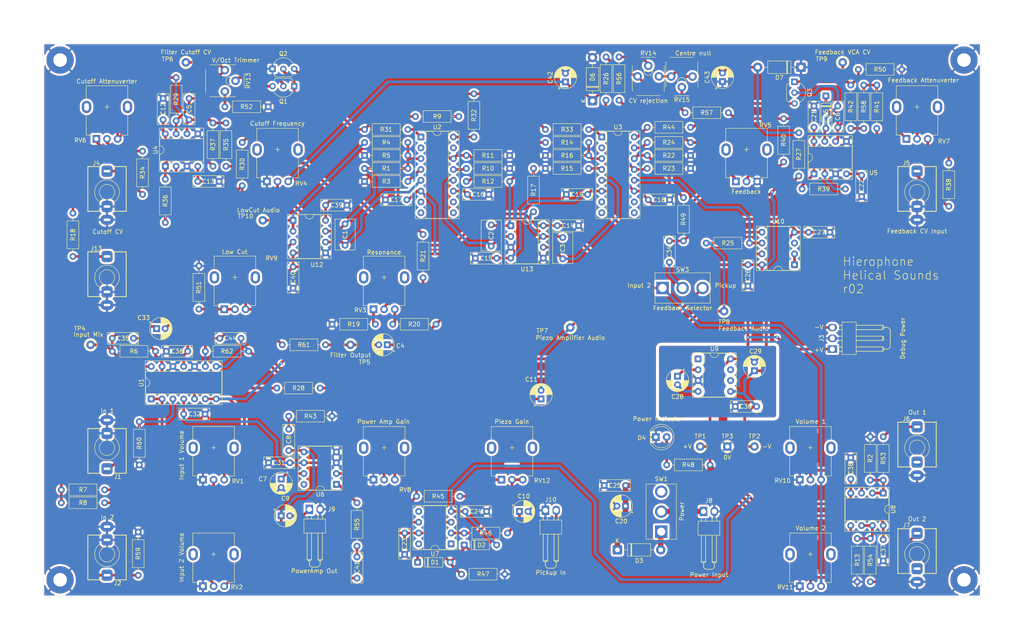
<source format=kicad_pcb>
(kicad_pcb (version 20241229) (generator "pcbnew") (generator_version "9.0")
  (title_block (title "Hierophone") (rev "r02") (company "Helical Sounds") (comment 2 "creativecommons.org/licenses/by/4.0") (comment 3 "License: CC BY 4.0") (comment 4 "Author: Guy John"))
  (layers (0 "F.Cu" signal) (2 "B.Cu" signal) (5 "F.SilkS" user "F.Silkscreen") (7 "B.SilkS" user "B.Silkscreen") (1 "F.Mask" user) (3 "B.Mask" user) (25 "Edge.Cuts" user))
  (net 0 "")
  (net 1 "Net-(C1-Pad1)")
  (net 2 "Net-(C2-Pad1)")
  (net 3 "Net-(C3-Pad1)")
  (net 4 "Net-(C4-Pad2)")
  (net 5 "Net-(U4B--)")
  (net 6 "Net-(Q1-B)")
  (net 7 "Net-(D5-K)")
  (net 8 "Net-(D5-A)")
  (net 9 "Net-(U6-BYPASS)")
  (net 10 "GND")
  (net 11 "Net-(C8-Pad2)")
  (net 12 "Net-(J9-Pin_1)")
  (net 13 "Net-(C10-Pad1)")
  (net 14 "Net-(C11-Pad1)")
  (net 15 "FEEDBACK_AUDIO")
  (net 16 "VCC")
  (net 17 "VEE")
  (net 18 "Net-(U9-CAP-)")
  (net 19 "Net-(U9-CAP+)")
  (net 20 "Net-(C33-Pad1)")
  (net 21 "Net-(D1-A)")
  (net 22 "Net-(D4-A)")
  (net 23 "Net-(C44-Pad1)")
  (net 24 "Net-(J4-PadT)")
  (net 25 "Net-(J5-PadT)")
  (net 27 "Net-(U8A--)")
  (net 28 "Net-(U8B--)")
  (net 30 "Net-(J8-Pin_1)")
  (net 31 "Net-(U3A-DIODE_BIAS)")
  (net 32 "Net-(Q1-E)")
  (net 33 "Net-(Q2-C)")
  (net 34 "Net-(Q3-C)")
  (net 35 "Net-(Q3-E)")
  (net 36 "Net-(U1D--)")
  (net 37 "Net-(R7-Pad1)")
  (net 38 "AUDIO_INPUT_2")
  (net 39 "Net-(U3A-+)")
  (net 40 "Net-(U3A--)")
  (net 41 "Net-(R19-Pad2)")
  (net 42 "Net-(R20-Pad2)")
  (net 43 "Net-(R21-Pad2)")
  (net 44 "Net-(U3C-+)")
  (net 45 "Net-(U3C--)")
  (net 46 "Net-(U10B--)")
  (net 47 "Net-(U10B-+)")
  (net 48 "Net-(U10A--)")
  (net 49 "Net-(R25-Pad2)")
  (net 50 "Net-(R56-Pad1)")
  (net 51 "Net-(R31-Pad2)")
  (net 52 "Net-(R32-Pad2)")
  (net 53 "Net-(R33-Pad2)")
  (net 54 "Net-(R34-Pad2)")
  (net 55 "Net-(R35-Pad1)")
  (net 56 "Net-(R36-Pad2)")
  (net 57 "Net-(U4A--)")
  (net 58 "Net-(R38-Pad2)")
  (net 59 "Net-(R39-Pad2)")
  (net 60 "Net-(R40-Pad2)")
  (net 61 "Net-(R44-Pad1)")
  (net 62 "Net-(R45-Pad2)")
  (net 63 "Net-(U7--)")
  (net 64 "Net-(SW3-B)")
  (net 65 "Net-(R51-Pad1)")
  (net 66 "Net-(U1A-+)")
  (net 67 "Net-(U8A-+)")
  (net 68 "Net-(U8B-+)")
  (net 87 "Net-(U2A-+)")
  (net 88 "Net-(U2A--)")
  (net 90 "Net-(C5-Pad2)")
  (net 91 "Net-(R52-Pad2)")
  (net 92 "Net-(J6-PadT)")
  (net 93 "Net-(J7-PadT)")
  (net 94 "Net-(U12A--)")
  (net 95 "Net-(U13A--)")
  (net 96 "Net-(U13B--)")
  (net 97 "Net-(U12B--)")
  (net 98 "Net-(U12A-+)")
  (net 99 "Net-(U5A--)")
  (net 100 "Net-(C41-Pad1)")
  (net 101 "Net-(C41-Pad2)")
  (net 102 "Net-(R55-Pad1)")
  (net 103 "GNDD")
  (net 104 "Net-(U2C-+)")
  (net 105 "Net-(U2C--)")
  (net 106 "POS_5V_REF")
  (net 107 "Net-(D3-A)")
  (net 108 "Net-(R57-Pad1)")
  (net 110 "NEG_5V_REF")
  (net 111 "Net-(R42-Pad1)")
  (net 112 "Net-(R8-Pad1)")
  (net 113 "Net-(U1C--)")
  (net 114 "Net-(U1B-+)")
  (net 115 "Net-(U6--)")
  (net 116 "Net-(U1A--)")
  (net 117 "Net-(J13-PadT)")
  (footprint "Rumblesan_Standard_Parts:R_Axial_DIN0207_L6.3mm_D2.5mm_P10.16mm_Horizontal" (layer "F.Cu") (at 221.234 36.195)
    (property "Reference" "R50")
    (property "Value" "1k2")
  )
  (footprint "Rumblesan_Standard_Parts:CP_Radial_D5.0mm_P2.00mm" (layer "F.Cu") (at 152.527 39.116 90)
    (property "Reference" "C42")
    (property "Value" "10uF")
  )
  (footprint "Rumblesan_Standard_Parts:R_Axial_DIN0207_L6.3mm_D2.5mm_P10.16mm_Horizontal" (layer "F.Cu") (at 147.828 50.292)
    (property "Reference" "R33")
    (property "Value" "22k")
  )
  (footprint "Rumblesan_Standard_Parts:R_Axial_DIN0207_L6.3mm_D2.5mm_P10.16mm_Horizontal" (layer "F.Cu") (at 68.072 102.362)
    (property "Reference" "R62")
    (property "Value" "10k")
  )
  (footprint "Rumblesan_Potentiometer_THT:Potentiometer_Alpha_RD901F-40-00D_Single_Vertical" (layer "F.Cu") (at 195 55)
    (property "Reference" "RV5")
    (property "Value" "10kB" (hide yes))
  )
  (footprint "Rumblesan_Standard_Parts:Toggle_Switch_100SP-M2" (layer "F.Cu") (at 180 87.5)
    (property "Reference" "SW3")
    (property "Value" "SW_SPDT")
  )
  (footprint "Rumblesan_Standard_Parts:R_Axial_DIN0207_L6.3mm_D2.5mm_P10.16mm_Horizontal" (layer "F.Cu") (at 207.264 61.214 90)
    (property "Reference" "R27")
    (property "Value" "1k")
  )
  (footprint "Rumblesan_Standard_Parts:R_Axial_DIN0207_L6.3mm_D2.5mm_P10.16mm_Horizontal" (layer "F.Cu") (at 105.41 56.388)
    (property "Reference" "R5")
    (property "Value" "220r")
  )
  (footprint "Rumblesan_Standard_Parts:C_Rect_L7.0mm_W2.5mm_P5.00mm" (layer "F.Cu") (at 171.958 66.802)
    (property "Reference" "C18")
    (property "Value" "100nF")
  )
  (footprint "Rumblesan_Standard_Parts:TestPoint_Loop_D2.50mm_Drill1.0mm_LowProfile" (layer "F.Cu") (at 189.738 92.964)
    (property "Reference" "TP8")
    (property "Value" "Feedback Audio")
  )
  (footprint "Rumblesan_Audio_Connectors:Jack_3.5mm_QingPu_WQP-PJ398SM_Vertical" (layer "F.Cu") (at 45 85.0225)
    (property "Reference" "J13")
    (property "Value" "AudioJack2_SwitchT" (hide yes))
  )
  (footprint "Rumblesan_Standard_Parts:R_Axial_DIN0207_L6.3mm_D2.5mm_P10.16mm_Horizontal" (layer "F.Cu") (at 37 80.1 90)
    (property "Reference" "R18")
    (property "Value" "100k")
  )
  (footprint "Rumblesan_Audio_Connectors:Jack_3.5mm_QingPu_WQP-PJ398SM_Vertical" (layer "F.Cu") (at 45 125 180)
    (property "Reference" "J1")
    (property "Value" "AudioJack2_SwitchT" (hide yes))
  )
  (footprint "Package_DIP:DIP-16_W7.62mm_Socket" (layer "F.Cu") (at 161.046 52.06)
    (property "Reference" "U3")
    (property "Value" "LM13700")
  )
  (footprint "Rumblesan_Standard_Parts:R_Axial_DIN0207_L6.3mm_D2.5mm_P10.16mm_Horizontal" (layer "F.Cu") (at 128.778 145.034)
    (property "Reference" "R46")
    (property "Value" "1k")
  )
  (footprint "Rumblesan_Audio_Connectors:Jack_3.5mm_QingPu_WQP-PJ398SM_Vertical" (layer "F.Cu") (at 235 65)
    (property "Reference" "J5")
    (property "Value" "AudioJack2_SwitchT" (hide yes))
  )
  (footprint "Rumblesan_Standard_Parts:R_Axial_DIN0207_L6.3mm_D2.5mm_P10.16mm_Horizontal" (layer "F.Cu") (at 220.98 146.304 -90)
    (property "Reference" "R13")
    (property "Value" "10k")
  )
  (footprint "Rumblesan_Standard_Parts:R_Axial_DIN0207_L6.3mm_D2.5mm_P10.16mm_Horizontal" (layer "F.Cu") (at 82.804 44.958 180)
    (property "Reference" "R52")
    (property "Value" "390r")
  )
  (footprint "Rumblesan_Potentiometer_THT:Potentiometer_Alpha_RD901F-40-00D_Single_Vertical" (layer "F.Cu") (at 110 125)
    (property "Reference" "RV8")
    (property "Value" "10kA" (hide yes))
  )
  (footprint "Rumblesan_Standard_Parts:R_Axial_DIN0207_L6.3mm_D2.5mm_P10.16mm_Horizontal" (layer "F.Cu") (at 180.213 76.454 90)
    (property "Reference" "R49")
    (property "Value" "100k")
  )
  (footprint "Package_DIP:DIP-8_W7.62mm_Socket" (layer "F.Cu") (at 206.248 82.032 180)
    (property "Reference" "U10")
    (property "Value" "TL072")
  )
  (footprint "Rumblesan_Standard_Parts:R_Axial_DIN0207_L6.3mm_D2.5mm_P10.16mm_Horizontal" (layer "F.Cu") (at 147.828 59.436)
    (property "Reference" "R15")
    (property "Value" "220r")
  )
  (footprint "Rumblesan_Standard_Parts:TestPoint_Loop_D2.50mm_Drill1.0mm_LowProfile" (layer "F.Cu") (at 196.85 124.714)
    (property "Reference" "TP2")
    (property "Value" "Negative Supply Rail" (hide yes))
  )
  (footprint "Rumblesan_Standard_Parts:R_Axial_DIN0207_L6.3mm_D2.5mm_P10.16mm_Horizontal" (layer "F.Cu") (at 171.704 53.34)
    (property "Reference" "R24")
    (property "Value" "10k")
  )
  (footprint "Rumblesan_Standard_Parts:CP_Radial_D5.0mm_P2.00mm" (layer "F.Cu") (at 85.852 140.97)
    (property "Reference" "C9")
    (property "Value" "100uF")
  )
  (footprint "Rumblesan_Standard_Parts:TestPoint_Loop_D2.50mm_Drill1.0mm_LowProfile" (layer "F.Cu") (at 102.108 100.838 180)
    (property "Reference" "TP5")
    (property "Value" "Filter Output")
  )
  (footprint "Package_TO_SOT_THT:TO-92_Inline_Wide" (layer "F.Cu") (at 88.9 40.132 180)
    (property "Reference" "Q1")
    (property "Value" "2N3904")
  )
  (footprint "Rumblesan_Standard_Parts:R_Axial_DIN0207_L6.3mm_D2.5mm_P10.16mm_Horizontal" (layer "F.Cu") (at 105.41 59.436)
    (property "Reference" "R1")
    (property "Value" "100k")
  )
  (footprint "Rumblesan_Standard_Parts:CP_Radial_D5.0mm_P2.00mm" (layer "F.Cu") (at 85.852 132.334 -90)
    (property "Reference" "C7")
    (property "Value" "10uF")
  )
  (footprint "Rumblesan_Standard_Parts:R_Axial_DIN0207_L6.3mm_D2.5mm_P10.16mm_Horizontal" (layer "F.Cu") (at 69.85 58.928 90)
    (property "Reference" "R37")
    (property "Value" "100k")
  )
  (footprint "Rumblesan_Standard_Parts:R_Axial_DIN0207_L6.3mm_D2.5mm_P10.16mm_Horizontal" (layer "F.Cu") (at 219.456 50.038 90)
    (property "Reference" "R42")
    (property "Value" "22k")
  )
  (footprint "Rumblesan_Standard_Parts:C_Rect_L7.0mm_W2.5mm_P5.00mm" (layer "F.Cu") (at 221.996 66.04 90)
    (property "Reference" "C22")
    (property "Value" "100nF")
  )
  (footprint "Rumblesan_Standard_Parts:R_Axial_DIN0207_L6.3mm_D2.5mm_P10.16mm_Horizontal" (layer "F.Cu") (at 105.41 53.34)
    (property "Reference" "R4")
    (property "Value" "100k")
  )
  (footprint "Rumblesan_Standard_Parts:R_Axial_DIN0207_L6.3mm_D2.5mm_P10.16mm_Horizontal" (layer "F.Cu") (at 103.632 137.922 -90)
    (property "Reference" "R55")
    (property "Value" "10k")
  )
  (footprint "Rumblesan_Standard_Parts:R_Axial_DIN0207_L6.3mm_D2.5mm_P10.16mm_Horizontal" (layer "F.Cu") (at 76.708 63.5 90)
    (property "Reference" "R30")
    (property "Value" "100k")
  )
  (footprint "Rumblesan_Standard_Parts:C_Rect_L7.0mm_W2.5mm_P5.00mm" (layer "F.Cu") (at 87.884 128.524 180)
    (property "Reference" "C31")
    (property "Value" "100nF")
  )
  (footprint "Rumblesan_Standard_Parts:C_Rect_L7.0mm_W2.5mm_P5.00mm" (layer "F.Cu") (at 103.632 155.622 90)
    (property "Reference" "C41")
    (property "Value" "47nF")
  )
  (footprint "MountingHole:MountingHole_3.2mm_M3_Pad" (layer "F.Cu") (at 246 156)
    (property "Reference" "H4" (hide yes))
    (property "Value" "MountingHole_Pad" (hide yes))
  )
  (footprint "Rumblesan_Potentiometer_THT:Potentiometer_Alpha_RD901F-40-00D_Single_Vertical" (layer "F.Cu") (at 210 125)
    (property "Reference" "RV10")
    (property "Value" "100kA" (hide yes))
  )
  (footprint "Rumblesan_Standard_Parts:C_Rect_L7.0mm_W2.5mm_P5.00mm" (layer "F.Cu") (at 214.55 74.422 180)
    (property "Reference" "C27")
    (property "Value" "100nF")
  )
  (footprint "Rumblesan_Standard_Parts:C_Rect_L7.0mm_W2.5mm_P5.00mm" (layer "F.Cu") (at 58.928 102.362)
    (property "Reference" "C36")
    (property "Value" "100nF")
  )
  (footprint "Rumblesan_Standard_Parts:R_Axial_DIN0207_L6.3mm_D2.5mm_P10.16mm_Horizontal" (layer "F.Cu") (at 52.324 144.78 -90)
    (property "Reference" "R59")
    (property "Value" "100k")
  )
  (footprint "Package_DIP:DIP-8_W7.62mm_Socket" (layer "F.Cu") (at 98.806 133.604 180)
    (property "Reference" "U6")
    (property "Value" "LM386N-4")
  )
  (footprint "Rumblesan_Standard_Parts:R_Axial_DIN0207_L6.3mm_D2.5mm_P10.16mm_Horizontal" (layer "F.Cu") (at 242.443 68.326 90)
    (property "Reference" "R38")
    (property "Value" "220k")
  )
  (footprint "Rumblesan_Standard_Parts:R_Axial_DIN0207_L6.3mm_D2.5mm_P10.16mm_Horizontal" (layer "F.Cu") (at 66.548 92.456 90)
    (property "Reference" "R51")
    (property "Value" "1k")
  )
  (footprint "Rumblesan_Standard_Parts:R_Axial_DIN0207_L6.3mm_D2.5mm_P10.16mm_Horizontal" (layer "F.Cu") (at 131.064 41.91 -90)
    (property "Reference" "R32")
    (property "Value" "22k")
  )
  (footprint "Rumblesan_Standard_Parts:R_Axial_DIN0207_L6.3mm_D2.5mm_P10.16mm_Horizontal" (layer "F.Cu") (at 96.266 100.838 180)
    (property "Reference" "R61")
    (property "Value" "100k")
  )
  (footprint "Rumblesan_Potentiometer_THT:Potentiometer_Alpha_RD901F-40-00D_Single_Vertical" (layer "F.Cu") (at 85 55)
    (property "Reference" "RV4")
    (property "Value" "10kB" (hide yes))
  )
  (footprint "Rumblesan_Standard_Parts:C_Rect_L7.0mm_W2.5mm_P5.00mm" (layer "F.Cu") (at 134.032 139.954 180)
    (property "Reference" "C24")
    (property "Value" "100nF")
  )
  (footprint "Package_DIP:DIP-8_W7.62mm_Socket" (layer "F.Cu") (at 139.71 72.868)
    (property "Reference" "U13")
    (property "Value" "TL072")
  )
  (footprint "Rumblesan_Standard_Parts:C_Rect_L7.0mm_W2.5mm_P5.00mm" (layer "F.Cu") (at 114.808 145.034 -90)
    (property "Reference" "C23")
    (property "Value" "100nF")
  )
  (footprint "Rumblesan_Standard_Parts:CP_Radial_D5.0mm_P2.00mm" (layer "F.Cu") (at 146.812 113.538 90)
    (property "Reference" "C11")
    (property "Value" "10uF")
  )
  (footprint "Rumblesan_Standard_Parts:C_Rect_L7.0mm_W2.5mm_P5.00mm" (layer "F.Cu") (at 195.326 82.042 -90)
    (property "Reference" "C26")
    (property "Value" "100nF")
  )
  (footprint "Rumblesan_Standard_Parts:CP_Radial_D5.0mm_P2.00mm" (layer "F.Cu") (at 56.642 97.028)
    (property "Reference" "C33")
    (property "Value" "1uF")
  )
  (footprint "Rumblesan_Standard_Parts:R_Axial_DIN0207_L6.3mm_D2.5mm_P10.16mm_Horizontal" (layer "F.Cu") (at 87.63 117.602)
    (property "Reference" "R43")
    (property "Value" "10r")
  )
  (footprint "Rumblesan_Standard_Parts:Toggle_Switch_100SP-M2" (layer "F.Cu") (at 175 140 90)
    (property "Reference" "SW1")
    (property "Value" "SW_SPDT")
  )
  (footprint "Diode_THT:D_DO-35_SOD27_P7.62mm_Horizontal" (layer "F.Cu") (at 213.614 42.418 -90)
    (property "Reference" "D5")
    (property "Value" "1N4148")
  )
  (footprint "Rumblesan_Standard_Parts:R_Axial_DIN0207_L6.3mm_D2.5mm_P10.16mm_Horizontal" (layer "F.Cu") (at 72.898 58.928 90)
    (property "Reference" "R35")
    (property "Value" "100k")
  )
  (footprint "Rumblesan_Standard_Parts:R_Axial_DIN0207_L6.3mm_D2.5mm_P10.16mm_Horizontal" (layer "F.Cu") (at 119.126 74.93 -90)
    (property "Reference" "R21")
    (property "Value" "6k8")
  )
  (footprint "Rumblesan_Standard_Parts:CP_Radial_D5.0mm_P2.00mm" (layer "F.Cu") (at 178.816 108.204 -90)
    (property "Reference" "C28")
    (property "Value" "10uF")
  )
  (footprint "Rumblesan_Audio_Connectors:Jack_3.5mm_QingPu_WQP-PJ398SM_Vertical" (layer "F.Cu") (at 45 65)
    (property "Reference" "J4")
    (property "Value" "AudioJack2_SwitchT" (hide yes))
  )
  (footprint "Rumblesan_Potentiometer_THT:Potentiometer_Alpha_RD901F-40-00D_Single_Vertical" (layer "F.Cu") (at 70 125)
    (property "Reference" "RV1")
    (property "Value" "10kA" (hide yes))
  )
  (footprint "Rumblesan_Connectors:Molex_KK-254_22-05-7028_1x02_P2.54mm_Horizontal" (layer "F.Cu") (at 147.828 139.7)
    (property "Reference" "J10")
    (property "Value" "Conn_01x02" (hide yes))
  )
  (footprint "Rumblesan_Standard_Parts:R_Axial_DIN0207_L6.3mm_D2.5mm_P10.16mm_Horizontal" (layer "F.Cu") (at 171.704 49.784)
    (property "Reference" "R44")
    (property "Value" "18k")
  )
  (footprint "Rumblesan_Standard_Parts:R_Axial_DIN0207_L6.3mm_D2.5mm_P10.16mm_Horizontal" (layer "F.Cu") (at 61.214 38.1 -90)
    (property "Reference" "R29")
    (property "Value" "2k")
  )
  (footprint "Rumblesan_Standard_Parts:R_Axial_DIN0207_L6.3mm_D2.5mm_P10.16mm_Horizontal" (layer "F.Cu") (at 186.436 129.032 180)
    (property "Reference" "R48")
    (property "Value" "2k")
  )
  (footprint "Rumblesan_Standard_Parts:R_Axial_DIN0207_L6.3mm_D2.5mm_P10.16mm_Horizontal" (layer "F.Cu") (at 222.504 39.878 -90)
    (property "Reference" "R58")
    (property "Value" "1k")
  )
  (footprint "MountingHole:MountingHole_3.2mm_M3_Pad" (layer "F.Cu") (at 246 34)
    (property "Reference" "H2" (hide yes))
    (property "Value" "MountingHole_Pad" (hide yes))
  )
  (footprint "Rumblesan_Standard_Parts:R_Axial_DIN0207_L6.3mm_D2.5mm_P10.16mm_Horizontal" (layer "F.Cu") (at 162.052 43.434 90)
    (property "Reference" "R26")
    (property "Value" "1k")
  )
  (footprint "Rumblesan_Potentiometer_THT:Potentiometer_Alpha_RD901F-40-00D_Single_Vertical" (layer "F.Cu") (at 110 85)
    (property "Reference" "RV3")
    (property "Value" "50kB" (hide yes))
  )
  (footprint "Rumblesan_Standard_Parts:R_Axial_DIN0207_L6.3mm_D2.5mm_P10.16mm_Horizontal" (layer "F.Cu") (at 97.79 96.012)
    (property "Reference" "R19")
    (property "Value" "10k")
  )
  (footprint "Rumblesan_Potentiometer_THT:Potentiometer_Alpha_RD901F-40-00D_Single_Vertical" (layer "F.Cu") (at 45 45)
    (property "Reference" "RV6")
    (property "Value" "10kB" (hide yes))
  )
  (footprint "Rumblesan_Standard_Parts:C_Rect_L7.0mm_W2.5mm_P5.00mm" (layer "F.Cu") (at 210.82 49.784 90)
    (property "Reference" "C21")
    (property "Value" "100nF")
  )
  (footprint "Package_DIP:DIP-8_W7.62mm_Socket" (layer "F.Cu") (at 58.684 58.918 90)
    (property "Reference" "U4")
    (property "Value" "TL072")
  )
  (footprint "Rumblesan_Standard_Parts:R_Axial_DIN0207_L6.3mm_D2.5mm_P10.16mm_Horizontal" (layer "F.Cu") (at 117.602 136.398)
    (property "Reference" "R45")
    (property "Value" "1k")
  )
  (footprint "Rumblesan_Potentiometer_THT:Potentiometer_Alpha_RD901F-40-00D_Single_Vertical" (layer "F.Cu") (at 140 125)
    (property "Reference" "RV12")
    (property "Value" "50kB" (hide yes))
  )
  (footprint "Capacitor_THT:C_Rect_L7.0mm_W4.5mm_P5.00mm" (layer "F.Cu") (at 100.838 72.47 -90)
    (property "Reference" "C1")
    (property "Value" "150pF")
  )
  (footprint "Rumblesan_Standard_Parts:TestPoint_Loop_D2.50mm_Drill1.0mm_LowProfile" (layer "F.Cu") (at 63.5 34.544)
    (property "Reference" "TP6")
    (property "Value" "Filter Cutoff CV")
  )
  (footprint "Rumblesan_Standard_Parts:R_Axial_DIN0207_L6.3mm_D2.5mm_P10.16mm_Horizontal" (layer "F.Cu") (at 122.174 96.012 180)
    (property "Reference" "R20")
    (property "Value" "10k")
  )
  (footprint "Diode_THT:D_DO-35_SOD27_P7.62mm_Horizontal" (layer "F.Cu") (at 128.778 147.828)
    (property "Reference" "D2")
    (property "Value" "1N4148")
  )
  (footprint "Rumblesan_Standard_Parts:C_Rect_L7.0mm_W2.5mm_P5.00mm" (layer "F.Cu") (at 58.166 48.006 90)
    (property "Reference" "C12")
    (property "Value" "100nF")
  )
  (footprint "Rumblesan_Standard_Parts:R_Axial_DIN0207_L6.3mm_D2.5mm_P10.16mm_Horizontal" (layer "F.Cu") (at 147.828 53.34)
    (property "Reference" "R14")
    (property "Value" "100k")
  )
  (footprint "Rumblesan_Standard_Parts:R_Axial_DIN0207_L6.3mm_D2.5mm_P10.16mm_Horizontal" (layer "F.Cu") (at 129.286 62.484)
    (property "Reference" "R12")
    (property "Value" "100k")
  )
  (footprint "Rumblesan_Connectors:Molex_KK-254_22-05-7028_1x02_P2.54mm_Horizontal" (layer "F.Cu") (at 92.456 139.446)
    (property "Reference" "J9")
    (property "Value" "Conn_01x02" (hide yes))
  )
  (footprint "Package_DIP:DIP-14_W7.62mm_Socket" (layer "F.Cu") (at 55.372 113.538 90)
    (property "Reference" "U1")
    (property "Value" "TL074")
  )
  (footprint "Rumblesan_Standard_Parts:C_Rect_L7.0mm_W2.5mm_P5.00mm" (layer "F.Cu") (at 197.358 115.316 180)
    (property "Reference" "C30")
    (property "Value" "100nF")
  )
  (footprint "Rumblesan_Standard_Parts:R_Axial_DIN0207_L6.3mm_D2.5mm_P10.16mm_Horizontal" (layer "F.Cu") (at 181.864 59.436 180)
    (property "Reference" "R23")
    (property "Value" "220r")
  )
  (footprint "Rumblesan_Standard_Parts:R_Axial_DIN0207_L6.3mm_D2.5mm_P10.16mm_Horizontal" (layer "F.Cu") (at 117.348 47.244)
    (property "Reference" "R9")
    (property "Value" "100k")
  )
  (footprint "Rumblesan_Standard_Parts:R_Axial_DIN0207_L6.3mm_D2.5mm_P10.16mm_Horizontal" (layer "F.Cu") (at 105.41 62.484)
    (property "Reference" "R3")
    (property "Value" "220r")
  )
  (footprint "Rumblesan_Standard_Parts:CP_Radial_D5.0mm_P2.00mm" (layer "F.Cu") (at 110.744 100.838 180)
    (property "Reference" "C4")
    (property "Value" "10uF")
  )
  (footprint "Rumblesan_Standard_Parts:R_Axial_DIN0207_L6.3mm_D2.5mm_P10.16mm_Horizontal" (layer "F.Cu") (at 203.708 47.752 -90)
    (property "Reference" "R40")
    (property "Value" "100k")
  )
  (footprint "Package_DIP:DIP-8_W7.62mm_Socket" (layer "F.Cu") (at 210.82 60.706 90)
    (property "Reference" "U5")
    (property "Value" "TL072")
  )
  (footprint "Rumblesan_Potentiometer_THT:Potentiometer_Alpha_RD901F-40-00D_Single_Vertical" (layer "F.Cu") (at 75 85)
    (property "Reference" "RV9")
    (property "Value" "100kA" (hide yes))
  )
  (footprint "Rumblesan_Standard_Parts:R_Axial_DIN0207_L6.3mm_D2.5mm_P10.16mm_Horizontal" (layer "F.Cu") (at 224.028 146.304 -90)
    (property "Reference" "R54")
    (property "Value" "330r")
  )
  (footprint "Package_TO_SOT_THT:TO-92_Inline_Wide" (layer "F.Cu") (at 83.82 36.068)
    (property "Reference" "Q2")
    (property "Value" "2N3906")
  )
  (footprint "Rumblesan_Standard_Parts:R_Axial_DIN0207_L6.3mm_D2.5mm_P10.16mm_Horizontal" (layer "F.Cu") (at 53.34 65.532 90)
    (property "Reference" "R34")
    (property "Value" "100k")
  )
  (footprint "Rumblesan_Standard_Parts:R_Axial_DIN0207_L6.3mm_D2.5mm_P10.16mm_Horizontal" (layer "F.Cu") (at 44.45 137.922 180)
    (property "Reference" "R8")
    (property "Value" "100k")
  )
  (footprint "Rumblesan_Standard_Parts:R_Axial_DIN0207_L6.3mm_D2.5mm_P10.16mm_Horizontal" (layer "F.Cu") (at 52.578 129.032 90)
    (property "Reference" "R60")
    (property "Value" "100k")
  )
  (footprint "Rumblesan_Connectors:Molex_KK-254_22-05-7038_1x03_P2.54mm_Horizontal" (layer "F.Cu") (at 215.138 101.854 90)
    (property "Reference" "J3")
    (property "Value" "Conn_01x03_Pin" (hide yes))
  )
  (footprint "Rumblesan_Standard_Parts:R_Axial_DIN0207_L6.3mm_D2.5mm_P10.16mm_Horizontal" (layer "F.Cu") (at 147.828 56.388)
    (property "Reference" "R16")
    (property "Value" "220r")
  )
  (footprint "Rumblesan_Potentiometer_THT:Potentiometer_Alpha_RD901F-40-00D_Single_Vertical" (layer "F.Cu") (at 70 150)
    (property "Reference" "RV2")
    (property "Value" "10kA" (hide yes))
  )
  (footprint "Rumblesan_Standard_Parts:R_Axial_DIN0207_L6.3mm_D2.5mm_P10.16mm_Horizontal" (layer "F.Cu") (at 128.143 154.686)
    (property "Reference" "R47")
    (property "Value" "1m")
  )
  (footprint "Package_DIP:DIP-8_W7.62mm_Socket" (layer "F.Cu") (at 125.72 147.564 180)
    (property "Reference" "U7")
    (property "Value" "NE5534")
  )
  (footprint "Rumblesan_Audio_Connectors:Jack_3.5mm_QingPu_WQP-PJ398SM_Vertical" (layer "F.Cu") (at 235 150)
    (property "Reference" "J7")
    (property "Value" "AudioJack2_SwitchT" (hide yes))
  )
  (footprint "Rumblesan_Potentiometer_THT:Potentiometer_THT_Bourns_3306P_Vertical" (layer "F.Cu") (at 171.958 36.576)
    (property "Reference" "RV14")
    (property "Value" "100k")
  )
  (footprint "Rumblesan_Standard_Parts:C_Rect_L7.0mm_W2.5mm_P5.00mm" (layer "F.Cu") (at 227.076 146.558 -90)
    (property "Reference" "C37")
    (property "Value" "100nF")
  )
  (footprint "Rumblesan_Standard_Parts:R_Axial_DIN0207_L6.3mm_D2.5mm_P10.16mm_Horizontal" (layer "F.Cu") (at 181.864 56.388 180)
    (property "Reference" "R22")
    (property "Value" "220r")
  )
  (footprint "Rumblesan_Standard_Parts:C_Rect_L7.0mm_W2.5mm_P5.00mm" (layer "F.Cu") (at 166.624 133.858 180)
    (property "Reference" "C25")
    (property "Value" "100nF")
  )
  (footprint "Rumblesan_Standard_Parts:C_Rect_L7.0mm_W2.5mm_P5.00mm" (layer "F.Cu") (at 152.734 65.532)
    (property "Reference" "C19")
    (property "Value" "100nF")
  )
  (footprint "MountingHole:MountingHole_3.2mm_M3_Pad" (layer "F.Cu") (at 34 34)
    (property "Reference" "H1" (hide yes))
    (property "Value" "MountingHole_Pad" (hide yes))
  )
  (footprint "Rumblesan_Potentiometer_THT:Potentiometer_THT_Bourns_3306P_Vertical" (layer "F.Cu") (at 73.894 38.862 -90)
    (property "Reference" "RV13")
    (property "Value" "100r")
  )
  (footprint "Rumblesan_Standard_Parts:TestPoint_Loop_D2.50mm_Drill1.0mm_LowProfile" (layer "F.Cu") (at 153.67 96.774 180)
    (property "Reference" "TP7")
    (property "Value" "Piezo Amplifier Audio")
  )
  (footprint "Rumblesan_Standard_Parts:R_Axial_DIN0207_L6.3mm_D2.5mm_P10.16mm_Horizontal" (layer "F.Cu") (at 145.034 59.436 -90)
    (property "Reference" "R17")
    (property "Value" "100k")
  )
  (footprint "Rumblesan_Standard_Parts:TestPoint_Loop_D2.50mm_Drill1.0mm_LowProfile" (layer "F.Cu") (at 217.551 34.544)
    (property "Reference" "TP9")
    (property "Value" "Feedback VCA CV")
  )
  (footprint "MountingHole:MountingHole_3.2mm_M3_Pad" (layer "F.Cu") (at 34 156)
    (property "Reference" "H3" (hide yes))
    (property "Value" "MountingHole_Pad" (hide yes))
  )
  (footprint "Rumblesan_Standard_Parts:C_Rect_L7.0mm_W2.5mm_P5.00mm" (layer "F.Cu") (at 88.646 87.55 90)
    (property "Reference" "C40")
    (property "Value" "100nF")
  )
  (footprint "Rumblesan_Standard_Parts:C_Rect_L7.0mm_W2.5mm_P5.00mm" (layer "F.Cu") (at 216.408 49.784 90)
    (property "Reference" "C6")
    (property "Value" "1nF")
  )
  (footprint "Rumblesan_Standard_Parts:R_Axial_DIN0207_L6.3mm_D2.5mm_P10.16mm_Horizontal" (layer "F.Cu") (at 44.45 134.874 180)
    (property "Reference" "R7")
    (property "Value" "100k")
  )
  (footprint "Rumblesan_Standard_Parts:CP_Radial_D5.0mm_P2.00mm" (layer "F.Cu") (at 141.732 139.954)
    (property "Reference" "C10")
    (property "Value" "47uF")
  )
  (footprint "Rumblesan_Standard_Parts:TestPoint_Loop_D2.50mm_Drill1.0mm_LowProfile" (layer "F.Cu") (at 41.148 100.838)
    (property "Reference" "TP4")
    (property "Value" "Input Mix")
  )
  (footprint "Rumblesan_Standard_Parts:C_Rect_L7.0mm_W2.5mm_P5.00mm" (layer "F.Cu") (at 62.992 117.094)
    (property "Reference" "C32")
    (property "Value" "100nF")
  )
  (footprint "Rumblesan_Standard_Parts:TestPoint_Loop_D2.50mm_Drill1.0mm_LowProfile" (layer "F.Cu") (at 81.534 71.628)
    (property "Reference" "TP10")
    (property "Value" "LowCut Audio")
  )
  (footprint "Package_DIP:DIP-16_W7.62mm_Socket" (layer "F.Cu") (at 118.628 52.06)
    (property "Reference" "U2")
    (property "Value" "LM13700")
  )
  (footprint "Rumblesan_Standard_Parts:TestPoint_Loop_D2.50mm_Drill1.0mm_LowProfile" (layer "F.Cu") (at 190.5 124.714)
    (property "Reference" "TP3")
    (property "Value" "Ground" (hide yes))
  )
  (footprint "Rumblesan_Standard_Parts:R_Axial_DIN0207_L6.3mm_D2.5mm_P10.16mm_Horizontal" (layer "F.Cu") (at 224.028 132.588 90)
    (property "Reference" "R2")
    (property "Value" "10k")
  )
  (footprint "Diode_THT:D_DO-41_SOD81_P10.16mm_Horizontal" (layer "F.Cu") (at 164.719 148.971)
    (property "Reference" "D3")
    (property "Value" "1N4001")
  )
  (footprint "Rumblesan_Standard_Parts:CP_Radial_D5.0mm_P2.00mm" (layer "F.Cu") (at 196.85 106.934 90)
    (property "Reference" "C29")
    (property "Value" "10uF")
  )
  (footprint "Capacitor_THT:C_Rect_L7.0mm_W4.5mm_P5.00mm" (layer "F.Cu") (at 135.128 72.684 -90)
    (property "Reference" "C2")
    (property "Value" "150pF")
  )
  (footprint "Rumblesan_Standard_Parts:C_Rect_L7.0mm_W2.5mm_P5.00mm" (layer "F.Cu") (at 64.262 48.006 90)
    (property "Reference" "C5")
    (property "Value" "10nF")
  )
  (footprint "Rumblesan_Standard_Parts:R_Axial_DIN0207_L6.3mm_D2.5mm_P10.16mm_Horizontal" (layer "F.Cu") (at 84.836 110.998)
    (property "Reference" "R28")
    (property "Value" "100k")
  )
  (footprint "Rumblesan_Standard_Parts:CP_Radial_D5.0mm_P2.00mm" (layer "F.Cu") (at 166.624 138.684 180)
    (property "Reference" "C20")
    (property "Value" "22uF")
  )
  (footprint "Package_DIP:DIP-8_W7.62mm_Socket" (layer "F.Cu") (at 183.642 104.15)
    (property "Reference" "U9")
    (property "Value" "ICL7660")
  )
  (footprint "Rumblesan_Standard_Parts:C_Rect_L7.0mm_W2.5mm_P5.00mm" (layer "F.Cu") (at 110.316 66.802)
    (property "Reference" "C17")
    (property "Value" "100nF")
  )
  (footprint "Rumblesan_Standard_Parts:R_Axial_DIN0207_L6.3mm_D2.5mm_P10.16mm_Horizontal" (layer "F.Cu") (at 58.674 72.136 90)
    (property "Reference" "R36")
    (property "Value" "100k")
  )
  (footprint "Rumblesan_Audio_Connectors:Jack_3.5mm_QingPu_WQP-PJ398SM_Vertical" (layer "F.Cu") (at 45 150 180)
    (property "Reference" "J2")
    (property "Value" "AudioJack2_SwitchT" (hide yes))
  )
  (footprint "Rumblesan_Audio_Connectors:Jack_3.5mm_QingPu_WQP-PJ398SM_Vertical" (layer "F.Cu") (at 235 125)
    (property "Reference" "J6")
    (property "Value" "AudioJack2_SwitchT" (hide yes))
  )
  (footprint "Rumblesan_Standard_Parts:R_Axial_DIN0207_L6.3mm_D2.5mm_P10.16mm_Horizontal" (layer "F.Cu") (at 56.388 102.362 180)
    (property "Reference" "R6")
    (property "Value" "100k")
  )
  (footprint "Rumblesan_Standard_Parts:R_Axial_DIN0207_L6.3mm_D2.5mm_P10.16mm_Horizontal" (layer "F.Cu") (at 195.707 76.962 180)
    (property "Reference" "R25")
    (property "Value" "47k")
  )
  (footprint "Rumblesan_Standard_Parts:C_Rect_L7.0mm_W2.5mm_P5.00mm" (layer "F.Cu") (at 96.266 68.072)
    (property "Reference" "C39")
    (property "Value" "100nF")
  )
  (footprint "Rumblesan_Standard_Parts:C_Rect_L7.0mm_W2.5mm_P5.00mm" (layer "F.Cu") (at 131.398 80.518)
    (property "Reference" "C15")
    (property "Value" "100nF")
  )
  (footprint "Rumblesan_Standard_Parts:C_Rect_L7.0mm_W2.5mm_P5.00mm" (layer "F.Cu") (at 176.911 76.454 -90)
    (property "Reference" "C34")
    (property "Value" "100nF")
  )
  (footprint "Rumblesan_Standard_Parts:C_Rect_L7.0mm_W2.5mm_P5.00mm" (layer "F.Cu") (at 219.456 127.334 -90)
    (property "Reference" "C38")
    (property "Value" "100nF")
  )
  (footprint "Rumblesan_Standard_Parts:C_Rect_L7.0mm_W2.5mm_P5.00mm" (layer "F.Cu") (at 76.454 99.314 180)
    (property "Reference" "C44")
    (property "Value" "22pF")
  )
  (footprint "Package_TO_SOT_THT:TO-92_Inline_Wide" (layer "F.Cu") (at 206.248 39.106 -90)
    (property "Reference" "Q3")
    (property "Value" "2N3906")
  )
  (footprint "Rumblesan_Standard_Parts:R_Axial_DIN0207_L6.3mm_D2.5mm_P10.16mm_Horizontal" (layer "F.Cu") (at 218.186 64.262 180)
    (property "Reference" "R39")
    (property "Value" "10k")
  )
  (footprint "Rumblesan_Standard_Parts:CP_Radial_D5.0mm_P2.00mm" (layer "F.Cu") (at 189.357 39.055113 90)
    (property "Reference" "C43")
    (property "Value" "10uF")
  )
  (footprint "Rumblesan_Standard_Parts:C_Rect_L7.0mm_W2.5mm_P5.00mm" (layer "F.Cu") (at 46.228 99.314)
    (property "Reference" "C35")
    (property "Value" "22pF")
  )
  (footprint "Rumblesan_Potentiometer_THT:Potentiometer_Alpha_RD901F-40-00D_Single_Vertical" (layer "F.Cu") (at 235 45)
    (property "Reference" "RV7")
    (property "Value" "10kB" (hide yes))
  )
  (footprint "Rumblesan_Standard_Parts:R_Axial_DIN0207_L6.3mm_D2.5mm_P10.16mm_Horizontal" (layer "F.Cu") (at 165.1 33.274 -90)
    (property "Reference" "R56")
    (property "Value" "220k")
  )
  (footprint "Package_DIP:DIP-8_W7.62mm_Socket" (layer "F.Cu") (at 227.066 135.646 -90)
    (property "Reference" "U8")
    (property "Value" "TL072")
  )
  (footprint "Rumblesan_Standard_Parts:TestPoint_Loop_D2.50mm_Drill1.0mm_LowProfile" (layer "F.Cu") (at 184.15 124.714)
    (property "Reference" "TP1")
    (property "Value" "Positive Supply Rail" (hide yes))
  )
  (footprint "Capacitor_THT:C_Rect_L7.0mm_W4.5mm_P5.00mm" (layer "F.Cu") (at 151.892 75.652 -90)
    (property "Reference" "C3")
    (property "Value" "150pF")
  )
  (footprint "Diode_THT:D_DO-41_SOD81_P10.16mm_Horizontal" (layer "F.Cu") (at 158.877 43.561 90)
    (property "Reference" "D6")
    (property "Value" "5v1")
  )
  (footprint "Rumblesan_Standard_Parts:R_Axial_DIN0207_L6.3mm_D2.5mm_P10.16mm_Horizontal" (layer "F.Cu") (at 180.594 46.355)
    (property "Reference" "R57")
    (property "Value" "1m")
  )
  (footprint "Rumblesan_Standard_Parts:C_Rect_L7.0mm_W2.5mm_P5.00mm" (layer "F.Cu") (at 150.622 72.858)
    (property "Reference" "C14")
    (property "Value" "100nF")
  )
  (footprint "Rumblesan_Standard_Parts:R_Axial_DIN0207_L6.3mm_D2.5mm_P10.16mm_Horizontal" (layer "F.Cu") (at 139.446 56.388 180)
    (property "Reference" "R11")
    (property "Value" "220r")
  )
  (footprint "Rumblesan_Standard_Parts:R_Axial_DIN0207_L6.3mm_D2.5mm_P10.16mm_Horizontal" (layer "F.Cu") (at 105.41 50.292)
    (property "Reference" "R31")
    (property "Value" "22k")
  )
  (footprint "Rumblesan_Standard_Parts:R_Axial_DIN0207_L6.3mm_D2.5mm_P10.16mm_Horizontal" (layer "F.Cu") (at 225.552 50.038 90)
    (property "Reference" "R41")
    (property "Value" "10k")
  )
  (footprint "Rumblesan_Standard_Parts:C_Rect_L7.0mm_W2.5mm_P5.00mm" (layer "F.Cu") (at 71.294 62.484 180)
    (property "Reference" "C13")
    (property "Value" "100nF")
  )
  (footprint "Diode_THT:D_DO-41_SOD81_P10.16mm_Horizontal" (layer "F.Cu") (at 207.772 35.687 180)
    (property "Reference" "D7")
    (property "Value" "5v1")
  )
  (footprint "Rumblesan_Potentiometer_THT:Potentiometer_Alpha_RD901F-40-00D_Single_Vertical" (layer "F.Cu") (at 210 150)
    (property "Reference" "RV11")
    (property "Value" "100kA" (hide yes))
  )
  (footprint "Package_DIP:DIP-8_W7.62mm_Socket" (layer "F.Cu") (at 88.646 71.628)
    (property "Reference" "U12")
    (property "Value" "TL072")
  )
  (footprint "Rumblesan_Standard_Parts:R_Axial_DIN0207_L6.3mm_D2.5mm_P10.16mm_Horizontal" (layer "F.Cu") (at 139.446 59.436 180)
    (property "Reference" "R10")
    (property "Value" "220r")
  )
  (footprint "Rumblesan_Standard_Parts:C_Rect_L7.0mm_W2.5mm_P5.00mm" (layer "F.Cu") (at 129.54 65.532)
    (property "Reference" "C16")
    (property "Value" "100nF")
  )
  (footprint "Rumblesan_Connectors:Molex_KK-254_22-05-7028_1x02_P2.54mm_Horizontal" (layer "F.Cu") (at 184.912 139.954)
    (property "Reference" "J8")
    (property "Value" "Conn_01x02" (hide yes))
  )
  (footprint "LED_THT:LED_D5.0mm" (layer "F.Cu") (at 173.725 122.5)
    (property "Reference" "D4")
    (property "Value" "LED")
  )
  (footprint "NetTie:NetTie-2_SMD_Pad2.0mm" (layer "F.Cu") (at 189.484 118.364 -90)
    (property "Reference" "NT1" (hide yes))
    (property "Value" "NetTie_2" (hide yes))
  )
  (footprint "Rumblesan_Standard_Parts:C_Rect_L7.0mm_W2.5mm_P5.00mm" (layer "F.Cu") (at 87.63 125.65 90)
    (property "Reference" "C8")
    (property "Value" "47nF")
  )
  (footprint "Diode_THT:D_DO-35_SOD27_P7.62mm_Horizontal" (layer "F.Cu") (at 117.856 151.892)
    (property "Reference" "D1")
    (property "Value" "1N4148")
  )
  (footprint "Rumblesan_Standard_Parts:R_Axial_DIN0207_L6.3mm_D2.5mm_P10.16mm_Horizontal" (layer "F.Cu") (at 227.076 132.588 90)
    (property "Reference" "R53")
    (property "Value" "330r")
  )
  (footprint "Rumblesan_Potentiometer_THT:Potentiometer_THT_Bourns_3306P_Vertical" (layer "F.Cu") (at 179.832 39.116 180)
    (property "Reference" "RV15")
    (property "Value" "100k")
  )
  (gr_line (start 30 160) (end 250 160) (stroke (width 0.05)) (layer "Edge.Cuts"))
  (gr_line (start 250 30) (end 30 30) (stroke (width 0.05)) (layer "Edge.Cuts"))
  (gr_line (start 250 160) (end 250 30) (stroke (width 0.05)) (layer "Edge.Cuts"))
  (gr_line (start 30 30) (end 30 160) (stroke (width 0.05)) (layer "Edge.Cuts"))
  (gr_text "Pickup" (at 187.5 87.5 0) (layer "F.SilkS") (effects (font (size 1 1)) (justify left bottom)))
  (gr_text "Input 2" (at 167 87.5 0) (layer "F.SilkS") (effects (font (size 1 1)) (justify left bottom)))
  (gr_text "-V" (at 210.82 97.282 0) (layer "F.SilkS") (effects (font (size 1 1)) (justify left bottom)))
  (gr_text "+V" (at 210.82 102.616 0) (layer "F.SilkS") (effects (font (size 1 1)) (justify left bottom)))
  (gr_text "${TITLE}\n${COMPANY}\n${REVISION}" (at 217.424 88.9 0) (layer "F.SilkS") (effects (font (size 2 2)) (justify left bottom)))
  (segment (start 99.14 74.168) (end 100.838 72.47) (width 0.635) (layer "F.Cu") (net 1))
  (segment (start 114.554 47.244) (end 110.998 50.8) (width 0.635) (layer "F.Cu") (net 1))
  (segment (start 117.348 47.244) (end 114.554 47.244) (width 0.635) (layer "F.Cu") (net 1))
  (segment (start 110.998 50.8) (end 110.998 55.88) (width 0.635) (layer "F.Cu") (net 1))
  (segment (start 96.266 74.168) (end 99.14 74.168) (width 0.635) (layer "F.Cu") (net 1))
  (segment (start 110.998 55.88) (end 107.442 59.436) (width 0.635) (layer "F.Cu") (net 1))
  (segment (start 107.442 59.436) (end 105.41 59.436) (width 0.635) (layer "F.Cu") (net 1))
  (segment (start 107.696 65.612) (end 100.838 72.47) (width 0.635) (layer "B.Cu") (net 1))
  (segment (start 107.696 61.722) (end 107.696 65.612) (width 0.635) (layer "B.Cu") (net 1))
  (segment (start 105.41 59.436) (end 107.696 61.722) (width 0.635) (layer "B.Cu") (net 1))
  (segment (start 139.446 62.484) (end 142.494 59.436) (width 0.635) (layer "F.Cu") (net 2))
  (segment (start 142.494 57.404) (end 146.558 53.34) (width 0.635) (layer "F.Cu") (net 2))
  (segment (start 142.494 59.436) (end 142.494 57.404) (width 0.635) (layer "F.Cu") (net 2))
  (segment (start 135.312 72.868) (end 135.128 72.684) (width 0.635) (layer "F.Cu") (net 2))
  (segment (start 139.71 72.868) (end 135.312 72.868) (width 0.635) (layer "F.Cu") (net 2))
  (segment (start 146.558 53.34) (end 147.828 53.34) (width 0.635) (layer "F.Cu") (net 2))
  (segment (start 139.446 62.484) (end 139.446 72.604) (width 0.635) (layer "B.Cu") (net 2))
  (segment (start 139.446 72.604) (end 139.71 72.868) (width 0.635) (layer "B.Cu") (net 2))
  (segment (start 144.526 81.28) (end 144.526 77.724) (width 0.635) (layer "F.Cu") (net 3))
  (segment (start 142.24 83.566) (end 144.526 81.28) (width 0.635) (layer "F.Cu") (net 3))
  (segment (start 151.648 75.408) (end 151.892 75.652) (width 0.635) (layer "F.Cu") (net 3))
  (segment (start 144.526 77.724) (end 146.842 75.408) (width 0.635) (layer "F.Cu") (net 3))
  (segment (start 117.348 100.838) (end 110.744 100.838) (width 0.635) (layer "F.Cu") (net 3))
  (segment (start 134.62 83.566) (end 142.24 83.566) (width 0.635) (layer "F.Cu") (net 3))
  (segment (start 146.842 75.408) (end 147.33 75.408) (width 0.635) (layer "F.Cu") (net 3))
  (segment (start 122.174 96.012) (end 117.348 100.838) (width 0.635) (layer "F.Cu") (net 3))
  (segment (start 122.174 96.012) (end 134.62 83.566) (width 0.635) (layer "F.Cu") (net 3))
  (segment (start 147.33 75.408) (end 151.648 75.408) (width 0.635) (layer "F.Cu") (net 3))
  (segment (start 144.272 70.358) (end 145.034 69.596) (width 0.635) (layer "B.Cu") (net 3))
  (segment (start 144.272 73.152) (end 144.272 70.358) (width 0.635) (layer "B.Cu") (net 3))
  (segment (start 146.528 75.408) (end 144.272 73.152) (width 0.635) (layer "B.Cu") (net 3))
  (segment (start 147.33 75.408) (end 146.528 75.408) (width 0.635) (layer "B.Cu") (net 3))
  (segment (start 102.108 100.838) (end 96.266 100.838) (width 0.635) (layer "F.Cu") (net 4))
  (segment (start 108.744 100.838) (end 102.108 100.838) (width 0.635) (layer "F.Cu") (net 4))
  (segment (start 64.262 48.006) (end 69.088 48.006) (width 0.635) (layer "F.Cu") (net 5))
  (segment (start 47.5 50.9) (end 46.5185 49.9185) (width 0.635) (layer "F.Cu") (net 5))
  (segment (start 46.5185 49.9185) (end 40.4815 49.9185) (width 0.635) (layer "F.Cu") (net 5))
  (segment (start 63.764 51.298) (end 63.764 48.504) (width 0.635) (layer "F.Cu") (net 5))
  (segment (start 58.674 38.1) (end 61.214 38.1) (width 0.635) (layer "F.Cu") (net 5))
  (segment (start 40.4815 49.9185) (end 37 53.4) (width 0.635) (layer "F.Cu") (net 5))
  (segment (start 55.372 44.628) (end 55.372 41.402) (width 0.635) (layer "F.Cu") (net 5))
  (segment (start 55.372 41.402) (end 58.674 38.1) (width 0.635) (layer "F.Cu") (net 5))
  (segment (start 47.5 52.5) (end 55.372 44.628) (width 0.635) (layer "F.Cu") (net 5))
  (segment (start 63.764 48.504) (end 64.262 48.006) (width 0.635) (layer "F.Cu") (net 5))
  (segment (start 47.5 52.5) (end 47.5 50.9) (width 0.635) (layer "F.Cu") (net 5))
  (segment (start 69.85 48.768) (end 72.898 48.768) (width 0.635) (layer "F.Cu") (net 5))
  (segment (start 37 53.4) (end 37 69.94) (width 0.635) (layer "F.Cu") (net 5))
  (segment (start 69.088 48.006) (end 69.85 48.768) (width 0.635) (layer "F.Cu") (net 5))
  (segment (start 61.214 44.958) (end 64.262 48.006) (width 0.635) (layer "B.Cu") (net 5))
  (segment (start 61.214 38.1) (end 61.214 44.958) (width 0.635) (layer "B.Cu") (net 5))
  (segment (start 75.946 38.1) (end 84.836 38.1) (width 0.635) (layer "F.Cu") (net 6))
  (segment (start 75.144 38.862) (end 75.184 38.862) (width 0.635) (layer "F.Cu") (net 6))
  (segment (start 86.36 39.624) (end 86.36 40.132) (width 0.635) (layer "F.Cu") (net 6))
  (segment (start 75.184 38.862) (end 75.946 38.1) (width 0.635) (layer "F.Cu") (net 6))
  (segment (start 84.836 38.1) (end 86.36 39.624) (width 0.635) (layer "F.Cu") (net 6))
  (segment (start 213.614 42.418) (end 213.614 45.466) (width 0.635) (layer "F.Cu") (net 7))
  (segment (start 222.504 43.688) (end 222.504 39.878) (width 0.635) (layer "F.Cu") (net 7))
  (segment (start 203.708 47.752) (end 211.328 47.752) (width 0.635) (layer "F.Cu") (net 7))
  (segment (start 216.408 48.26) (end 216.408 49.784) (width 0.635) (layer "F.Cu") (net 7))
  (segment (start 225.552 39.878) (end 225.552 45.552) (width 0.635) (layer "F.Cu") (net 7))
  (segment (start 216.408 49.784) (end 222.504 43.688) (width 0.635) (layer "F.Cu") (net 7))
  (segment (start 222.504 39.878) (end 225.552 39.878) (width 0.635) (layer "F.Cu") (net 7))
  (segment (start 190.881 46.355) (end 192.278 47.752) (width 0.635) (layer "F.Cu") (net 7))
  (segment (start 216.408 49.784) (end 216.408 52.578) (width 0.635) (layer "F.Cu") (net 7))
  (segment (start 216.408 52.578) (end 215.9 53.086) (width 0.635) (layer "F.Cu") (net 7))
  (segment (start 211.328 47.752) (end 213.614 45.466) (width 0.635) (layer "F.Cu") (net 7))
  (segment (start 192.278 47.752) (end 203.708 47.752) (width 0.635) (layer "F.Cu") (net 7))
  (segment (start 225.552 45.552) (end 232.5 52.5) (width 0.635) (layer "F.Cu") (net 7))
  (segment (start 190.754 46.355) (end 190.881 46.355) (width 0.635) (layer "F.Cu") (net 7))
  (segment (start 213.614 45.466) (end 216.408 48.26) (width 0.635) (layer "F.Cu") (net 7))
  (segment (start 213.36 53.086) (end 213.36 50.292) (width 0.635) (layer "F.Cu") (net 8))
  (segment (start 213.36 50.292) (end 213.614 50.038) (width 0.635) (layer "F.Cu") (net 8))
  (segment (start 213.614 47.578) (end 213.614 50.038) (width 0.635) (layer "B.Cu") (net 8))
  (segment (start 210.703 41.646) (end 212.217 40.132) (width 0.635) (layer "B.Cu") (net 8))
  (segment (start 215.392 40.132) (end 216.408 41.148) (width 0.635) (layer "B.Cu") (net 8))
  (segment (start 212.217 40.132) (end 215.392 40.132) (width 0.635) (layer "B.Cu") (net 8))
  (segment (start 206.248 41.646) (end 210.703 41.646) (width 0.635) (layer "B.Cu") (net 8))
  (segment (start 216.408 44.784) (end 213.614 47.578) (width 0.635) (layer "B.Cu") (net 8))
  (segment (start 216.408 41.148) (end 216.408 44.784) (width 0.635) (layer "B.Cu") (net 8))
  (segment (start 91.186 131.064) (end 87.122 131.064) (width 0.635) (layer "F.Cu") (net 9))
  (segment (start 87.122 131.064) (end 85.852 132.334) (width 0.635) (layer "F.Cu") (net 9))
  (segment (start 87.63 117.602) (end 87.63 120.65) (width 0.635) (layer "F.Cu") (net 11))
  (segment (start 87.852 140.97) (end 90.932 140.97) (width 0.635) (layer "F.Cu") (net 12))
  (segment (start 90.932 140.97) (end 92.456 139.446) (width 0.635) (layer "F.Cu") (net 12))
  (segment (start 141.732 142.24) (end 138.938 145.034) (width 0.635) (layer "F.Cu") (net 13))
  (segment (start 141.732 139.954) (end 141.732 142.24) (width 0.635) (layer "F.Cu") (net 13))
  (segment (start 134.62 113.538) (end 146.812 113.538) (width 0.635) (layer "F.Cu") (net 14))
  (segment (start 116.078 137.922) (end 117.602 136.398) (width 0.635) (layer "F.Cu") (net 14))
  (segment (start 116.078 141.986) (end 116.078 137.922) (width 0.635) (layer "F.Cu") (net 14))
  (segment (start 117.602 130.556) (end 134.62 113.538) (width 0.635) (layer "F.Cu") (net 14))
  (segment (start 116.576 142.484) (end 116.078 141.986) (width 0.635) (layer "F.Cu") (net 14))
  (segment (start 118.1 142.484) (end 116.576 142.484) (width 0.635) (layer "F.Cu") (net 14))
  (segment (start 117.602 136.398) (end 117.602 130.556) (width 0.635) (layer "F.Cu") (net 14))
  (segment (start 175.301 87.5) (end 162.944 87.5) (width 0.635) (layer "F.Cu") (net 15))
  (segment (start 162.944 87.5) (end 153.67 96.774) (width 0.635) (layer "F.Cu") (net 15))
  (segment (start 184.067 96.266) (end 202.946 96.266) (width 0.635) (layer "B.Cu") (net 15))
  (segment (start 175.301 87.5) (end 184.067 96.266) (width 0.635) (layer "B.Cu") (net 15))
  (segment (start 212.5 105.82) (end 212.5 132.5) (width 0.635) (layer "B.Cu") (net 15))
  (segment (start 146.812 103.632) (end 146.812 111.538) (width 0.635) (layer "B.Cu") (net 15))
  (segment (start 202.946 96.266) (end 212.5 105.82) (width 0.635) (layer "B.Cu") (net 15))
  (segment (start 153.67 96.774) (end 146.812 103.632) (width 0.635) (layer "B.Cu") (net 15))
  (segment (start 212.5 132.5) (end 212.5 157.5) (width 0.635) (layer "B.Cu") (net 15))
  (segment (start 168.666 64.76) (end 169.916 64.76) (width 0.635) (layer "F.Cu") (net 16))
  (segment (start 200.279 65.659) (end 184.023 65.659) (width 0.635) (layer "F.Cu") (net 16))
  (segment (start 195.326 92.075) (end 198.628 88.773) (width 0.635) (layer "F.Cu") (net 16))
  (segment (start 133.858 69.85) (end 129.54 65.532) (width 0.635) (layer "F.Cu") (net 16))
  (segment (start 170.942 132.08) (end 185.166 132.08) (width 1.27) (layer "F.Cu") (net 16))
  (segment (start 181.102 68.58) (end 173.736 68.58) (width 0.635) (layer "F.Cu") (net 16))
  (segment (start 126.248 64.76) (end 128.768 64.76) (width 0.635) (layer "F.Cu") (net 16))
  (segment (start 114.808 147.066) (end 117.856 150.114) (width 0.635) (layer "F.Cu") (net 16))
  (segment (start 128.768 64.76) (end 129.54 65.532) (width 0.635) (layer "F.Cu") (net 16))
  (segment (start 185.42 82.042) (end 182.626 79.248) (width 0.635) (layer "F.Cu") (net 16))
  (segment (start 102.87 65.532) (end 114.808 77.47) (width 0.635) (layer "F.Cu") (net 16))
  (segment (start 169.916 64.76) (end 171.958 66.802) (width 0.635) (layer "F.Cu") (net 16))
  (segment (start 210.82 55.118) (end 210.82 53.086) (width 0.635) (layer "F.Cu") (net 16))
  (segment (start 105.918 145.034) (end 114.808 145.034) (width 0.635) (layer "F.Cu") (net 16))
  (segment (start 210.82 49.784) (end 210.82 53.086) (width 0.635) (layer "F.Cu") (net 16))
  (segment (start 117.856 150.114) (end 117.856 151.892) (width 0.635) (layer "F.Cu") (net 16))
  (segment (start 191.262 104.15) (end 193.03 104.15) (width 0.635) (layer "F.Cu") (net 16))
  (segment (start 58.684 52.334) (end 60.452 54.102) (width 0.635) (layer "F.Cu") (net 16))
  (segment (start 202.184 99.06) (end 204.978 101.854) (width 0.635) (layer "F.Cu") (net 16))
  (segment (start 198.618 82.042) (end 198.628 82.032) (width 0.635) (layer "F.Cu") (net 16))
  (segment (start 62.992 113.538) (end 62.992 117.094) (width 0.635) (layer "F.Cu") (net 16))
  (segment (start 163.449 47.879) (end 163.449 59.543) (width 0.635) (layer "F.Cu") (net 16))
  (segment (start 215.138 101.854) (end 204.978 101.854) (width 0.635) (layer "F.Cu") (net 16))
  (segment (start 186.436 129.032) (end 188.214 130.81) (width 0.635) (layer "F.Cu") (net 16))
  (segment (start 227.066 146.548) (end 227.076 146.558) (width 0.635) (layer "F.Cu") (net 16))
  (segment (start 118.1 145.024) (end 119.39 145.024) (width 0.635) (layer "F.Cu") (net 16))
  (segment (start 162.052 43.434) (end 161.925 43.561) (width 0.635) (layer "F.Cu") (net 16))
  (segment (start 188.214 132.334) (end 196.85 140.97) (width 0.635) (layer "F.Cu") (net 16))
  (segment (start 158.242 119.38) (end 170.942 132.08) (width 0.635) (layer "F.Cu") (net 16))
  (segment (start 126.238 77.47) (end 133.858 69.85) (width 0.635) (layer "F.Cu") (net 16))
  (segment (start 227.066 143.266) (end 227.066 146.548) (width 0.635) (layer "F.Cu") (net 16))
  (segment (start 182.626 79.248) (end 158.75 79.248) (width 0.635) (layer "F.Cu") (net 16))
  (segment (start 195.326 101.854) (end 195.326 92.075) (width 0.635) (layer "F.Cu") (net 16))
  (segment (start 225.552 140.97) (end 227.066 142.484) (width 0.635) (layer "F.Cu") (net 16))
  (segment (start 74.93 54.864) (end 78.2485 58.1825) (width 0.635) (layer "F.Cu") (net 16))
  (segment (start 166.624 133.858) (end 169.164 133.858) (width 1.27) (layer "F.Cu") (net 16))
  (segment (start 58.684 51.298) (end 58.684 52.334) (width 0.635) (layer "F.Cu") (net 16))
  (segment (start 186.436 130.81) (end 186.436 129.032) (width 1.27) (layer "F.Cu") (net 16))
  (segment (start 94.742 128.524) (end 96.774 130.556) (width 0.635) (layer "F.Cu") (net 16))
  (segment (start 164.719 146.177) (end 164.719 148.971) (width 1.27) (layer "F.Cu") (net 16))
  (segment (start 200.9775 64.9605) (end 210.82 55.118) (width 0.635) (layer "F.Cu") (net 16))
  (segment (start 188.214 130.81) (end 188.214 132.334) (width 0.635) (layer "F.Cu") (net 16))
  (segment (start 133.858 119.38) (end 158.242 119.38) (width 0.635) (layer "F.Cu") (net 16))
  (segment (start 91.186 128.524) (end 94.742 128.524) (width 0.635) (layer "F.Cu") (net 16))
  (segment (start 166.624 144.272) (end 164.719 146.177) (width 1.27) (layer "F.Cu") (net 16))
  (segment (start 114.808 145.034) (end 114.808 147.066) (width 0.635) (layer "F.Cu") (net 16))
  (segment (start 74.93 53.34) (end 74.93 45.72) (width 0.635) (layer "F.Cu") (net 16))
  (segment (start 186.436 108.976) (end 191.262 104.15) (width 0.635) (layer "F.Cu") (net 16))
  (segment (start 163.449 59.543) (end 168.666 64.76) (width 0.635) (layer "F.Cu") (net 16))
  (segment (start 96.774 135.89) (end 105.918 145.034) (width 0.635) (layer "F.Cu") (net 16))
  (segment (start 74.168 54.102) (end 74.93 54.864) (width 0.635) (layer "F.Cu") (net 16))
  (segment (start 147.33 72.868) (end 145.766 72.868) (width 0.635) (layer "F.Cu") (net 16))
  (segment (start 186.436 129.032) (end 186.436 108.976) (width 0.635) (layer "F.Cu") (net 16))
  (segment (start 227.066 142.484) (end 227.066 143.266) (width 0.635) (layer "F.Cu") (net 16))
  (segment (start 58.166 48.006) (end 58.166 50.78) (width 0.635) (layer "F.Cu") (net 16))
  (segment (start 80.518 40.132) (end 83.82 40.132) (width 0.635) (layer "F.Cu") (net 16))
  (segment (start 98.806 65.532) (end 102.87 65.532) (width 0.635) (layer "F.Cu") (net 16))
  (segment (start 173.736 68.58) (end 171.958 66.802) (width 0.635) (layer "F.Cu") (net 16))
  (segment (start 119.39 145.024) (end 120.396 144.018) (width 0.635) (layer "F.Cu") (net 16))
  (segment (start 145.766 72.868) (end 143.002 70.104) (width 0.635) (layer "F.Cu") (net 16))
  (segment (start 114.808 145.034) (end 118.09 145.034) (width 0.635) (layer "F.Cu") (net 16))
  (segment (start 120.396 144.018) (end 120.396 132.842) (width 0.635) (layer "F.Cu") (net 16))
  (segment (start 74.168 54.102) (end 74.93 53.34) (width 0.635) (layer "F.Cu") (net 16))
  (segment (start 161.925 46.355) (end 163.449 47.879) (width 0.635) (layer "F.Cu") (net 16))
  (segment (start 60.452 54.102) (end 74.168 54.102) (width 0.635) (layer "F.Cu") (net 16))
  (segment (start 143.002 70.104) (end 134.112 70.104) (width 0.635) (layer "F.Cu") (net 16))
  (segment (start 114.808 77.47) (end 126.238 77.47) (width 0.635) (layer "F.Cu") (net 16))
  (segment (start 196.85 140.97) (end 225.552 140.97) (width 0.635) (layer "F.Cu") (net 16))
  (segment (start 198.628 88.773) (end 198.628 82.032) (width 0.635) (layer "F.Cu") (net 16))
  (segment (start 184.023 65.659) (end 181.102 68.58) (width 0.635) (layer "F.Cu") (net 16))
  (segment (start 161.925 43.561) (end 161.925 46.355) (width 0.635) (layer "F.Cu") (net 16))
  (segment (start 200.9775 64.9605) (end 200.279 65.659) (width 0.635) (layer "F.Cu") (net 16))
  (segment (start 195.326 82.042) (end 185.42 82.042) (width 0.635) (layer "F.Cu") (net 16))
  (segment (start 96.266 68.072) (end 98.806 65.532) (width 0.635) (layer "F.Cu") (net 16))
  (segment (start 118.09 145.034) (end 118.1 145.024) (width 0.635) (layer "F.Cu") (net 16))
  (segment (start 91.4565 58.1825) (end 98.806 65.532) (width 0.635) (layer "F.Cu") (net 16))
  (segment (start 96.266 68.072) (end 96.266 71.628) (width 0.635) (layer "F.Cu") (net 16))
  (segment (start 185.166 132.08) (end 186.436 130.81) (width 1.27) (layer "F.Cu") (net 16))
  (segment (start 78.2485 58.1825) (end 91.4565 58.1825) (width 0.635) (layer "F.Cu") (net 16))
  (segment (start 152.36 72.858) (end 150.622 72.858) (width 0.635) (layer "F.Cu") (net 16))
  (segment (start 120.396 132.842) (end 133.858 119.38) (width 0.635) (layer "F.Cu") (net 16))
  (segment (start 74.93 45.72) (end 80.518 40.132) (width 0.635) (layer "F.Cu") (net 16))
  (segment (start 96.774 130.556) (end 96.774 135.89) (width 0.635) (layer "F.Cu") (net 16))
  (segment (start 184.15 124.714) (end 186.436 124.714) (width 0.635) (layer "F.Cu") (net 16))
  (segment (start 158.75 79.248) (end 152.36 72.858) (width 0.635) (layer "F.Cu") (net 16))
  (segment (start 169.164 133.858) (end 170.942 132.08) (width 1.27) (layer "F.Cu") (net 16))
  (segment (start 134.112 70.104) (end 133.858 69.85) (width 0.635) (layer "F.Cu") (net 16))
  (segment (start 166.624 138.684) (end 166.624 144.272) (width 1.27) (layer "F.Cu") (net 16))
  (segment (start 166.624 133.858) (end 166.624 138.684) (width 1.27) (layer "F.Cu") (net 16))
  (segment (start 58.166 50.78) (end 58.684 51.298) (width 0.635) (layer "F.Cu") (net 16))
  (segment (start 193.03 104.15) (end 195.326 101.854) (width 0.635) (layer "F.Cu") (net 16))
  (segment (start 147.33 72.868) (end 150.612 72.868) (width 0.635) (layer "F.Cu") (net 16))
  (segment (start 195.326 82.042) (end 198.618 82.042) (width 0.635) (layer "F.Cu") (net 16))
  (segment (start 150.612 72.868) (end 150.622 72.858) (width 0.635) (layer "F.Cu") (net 16))
  (via (at 202.184 99.06) (size 0.762) (drill 0.3048) (layers "F.Cu" "B.Cu") (net 16))
  (via (at 200.9775 64.9605) (size 0.762) (drill 0.3048) (layers "F.Cu" "B.Cu") (net 16))
  (via (at 195.326 99.06) (size 0.762) (drill 0.3048) (layers "F.Cu" "B.Cu") (net 16))
  (segment (start 87.884 128.524) (end 91.186 128.524) (width 0.635) (layer "B.Cu") (net 16))
  (segment (start 62.992 117.094) (end 62.992 118.11) (width 0.635) (layer "B.Cu") (net 16))
  (segment (start 84.836 127) (end 86.36 128.524) (width 0.635) (layer "B.Cu") (net 16))
  (segment (start 200.9775 66.6115) (end 200.9775 64.9605) (width 0.635) (layer "B.Cu") (net 16))
  (segment (start 199.908 82.032) (end 201.422 80.518) (width 0.635) (layer "B.Cu") (net 16))
  (segment (start 63.754 118.872) (end 80.264 118.872) (width 0.635) (layer "B.Cu") (net 16))
  (segment (start 86.36 128.524) (end 87.884 128.524) (width 0.635) (layer "B.Cu") (net 16))
  (segment (start 201.422 80.518) (end 201.422 67.056) (width 0.635) (layer "B.Cu") (net 16))
  (segment (start 202.184 99.06) (end 195.326 99.06) (width 0.635) (layer "B.Cu") (net 16))
  (segment (start 62.992 118.11) (end 63.754 118.872) (width 0.635) (layer "B.Cu") (net 16))
  (segment (start 80.264 118.872) (end 84.836 123.444) (width 0.635) (layer "B.Cu") (net 16))
  (segment (start 201.422 67.056) (end 200.9775 66.6115) (width 0.635) (layer "B.Cu") (net 16))
  (segment (start 84.836 123.444) (end 84.836 127) (width 0.635) (layer "B.Cu") (net 16))
  (segment (start 198.628 82.032) (end 199.908 82.032) (width 0.635) (layer "B.Cu") (net 16))
  (segment (start 178.562 71.374) (end 204.47 71.374) (width 0.635) (layer "F.Cu") (net 17))
  (segment (start 219.456 135.636) (end 219.446 135.646) (width 0.635) (layer "F.Cu") (net 17))
  (segment (start 158.506 64.76) (end 157.734 65.532) (width 0.635) (layer "F.Cu") (net 17))
  (segment (start 218.44 60.706) (end 221.662 60.706) (width 0.635) (layer "F.Cu") (net 17))
  (segment (start 206.248 74.412) (end 209.54 74.412) (width 0.635) (layer "F.Cu") (net 17))
  (segment (start 206.248 73.66) (end 206.248 74.412) (width 0.635) (layer "F.Cu") (net 17))
  (segment (start 209.55 74.422) (end 210.693 74.422) (width 0.635) (layer "F.Cu") (net 17))
  (segment (start 63.928 100.624) (end 63.928 102.362) (width 0.635) (layer "F.Cu") (net 17))
  (segment (start 134.834 80.478) (end 133.096 78.74) (width 0.635) (layer "F.Cu") (net 17))
  (segment (start 88.646 82.55) (end 86.106 85.09) (width 0.635) (layer "F.Cu") (net 17))
  (segment (start 69.048 95.504) (end 63.928 100.624) (width 0.635) (layer "F.Cu") (net 17))
  (segment (start 130.81 78.74) (end 130.048 79.502) (width 0.635) (layer "F.Cu") (net 17))
  (segment (start 197.358 115.316) (end 196.596 115.316) (width 0.635) (layer "F.Cu") (net 17))
  (segment (start 194.564 135.382) (end 197.358 138.176) (width 0.635) (layer "F.Cu") (net 17))
  (segment (start 125.72 139.944) (end 129.022 139.944) (width 0.635) (layer "F.Cu") (net 17))
  (segment (start 163.068 65.532) (end 163.068 70.358) (width 0.635) (layer "F.Cu") (net 17))
  (segment (start 204.47 64.008) (end 207.264 61.214) (width 0.635) (layer "F.Cu") (net 17))
  (segment (start 196.85 124.714) (end 194.564 124.714) (width 0.635) (layer "F.Cu") (net 17))
  (segment (start 121.92 79.502) (end 104.14 79.502) (width 0.635) (layer "F.Cu") (net 17))
  (segment (start 194.564 117.348) (end 194.564 131.318) (width 0.635) (layer "F.Cu") (net 17))
  (segment (start 62.992 103.298) (end 63.928 102.362) (width 0.635) (layer "F.Cu") (net 17))
  (segment (start 62.992 105.918) (end 62.992 103.298) (width 0.635) (layer "F.Cu") (net 17))
  (segment (start 199.644 92.583) (end 199.644 105.664) (width 0.635) (layer "F.Cu") (net 17))
  (segment (start 204.47 71.882) (end 206.248 73.66) (width 0.635) (layer "F.Cu") (net 17))
  (segment (start 139.71 80.488) (end 139.7 80.478) (width 0.635) (layer "F.Cu") (net 17))
  (segment (start 215.138 96.774) (end 211.328 96.774) (width 0.635) (layer "F.Cu") (net 17))
  (segment (start 206.248 74.412) (end 203.454 77.206) (width 0.635) (layer "F.Cu") (net 17))
  (segment (start 117.739 64.76) (end 118.628 64.76) (width 0.635) (layer "F.Cu") (net 17))
  (segment (start 196.596 115.316) (end 194.564 117.348) (width 0.635) (layer "F.Cu") (net 17))
  (segment (start 166.243 73.533) (end 176.403 73.533) (width 0.635) (layer "F.Cu") (net 17))
  (segment (start 86.106 89.916) (end 80.518 95.504) (width 0.635) (layer "F.Cu") (net 17))
  (segment (start 76.708 65.532) (end 78.74 67.564) (width 0.635) (layer "F.Cu") (net 17))
  (segment (start 203.454 77.206) (end 203.454 88.773) (width 0.635) (layer "F.Cu") (net 17))
  (segment (start 92.202 77.47) (end 90.424 79.248) (width 0.635) (layer "F.Cu") (net 17))
  (segment (start 176.403 73.533) (end 178.562 71.374) (width 0.635) (layer "F.Cu") (net 17))
  (segment (start 139.7 80.478) (end 134.834 80.478) (width 0.635) (layer "F.Cu") (net 17))
  (segment (start 221.662 60.706) (end 221.996 61.04) (width 0.635) (layer "F.Cu") (net 17))
  (segment (start 86.106 85.09) (end 86.106 89.916) (width 0.635) (layer "F.Cu") (net 17))
  (segment (start 129.022 139.944) (end 129.032 139.954) (width 0.635) (layer "F.Cu") (net 17))
  (segment (start 66.304 62.474) (end 66.294 62.484) (width 0.635) (layer "F.Cu") (net 17))
  (segment (start 204.47 71.882) (end 204.47 64.008) (width 0.635) (layer "F.Cu") (net 17))
  (segment (start 161.046 64.76) (end 158.506 64.76) (width 0.635) (layer "F.Cu") (net 17))
  (segment (start 210.693 74.422) (end 221.996 63.119) (width 0.635) (layer "F.Cu") (net 17))
  (segment (start 219.446 136.916) (end 219.446 135.646) (width 0.635) (layer "F.Cu") (net 17))
  (segment (start 199.644 105.664) (end 198.374 106.934) (width 0.635) (layer "F.Cu") (net 17))
  (segment (start 115.316 66.802) (end 115.697 66.802) (width 0.635) (layer "F.Cu") (net 17))
  (segment (start 198.374 106.934) (end 196.85 106.934) (width 0.635) (layer "F.Cu") (net 17))
  (segment (start 218.186 138.176) (end 219.446 136.916) (width 0.635) (layer "F.Cu") (net 17))
  (segment (start 204.47 71.374) (end 204.47 71.882) (width 0.635) (layer "F.Cu") (net 17))
  (segment (start 211.328 96.774) (end 209.042 94.488) (width 0.635) (layer "F.Cu") (net 17))
  (segment (start 67.818 62.484) (end 66.294 62.484) (width 0.635) (layer "F.Cu") (net 17))
  (segment (start 76.708 63.5) (end 76.708 65.532) (width 0.635) (layer "F.Cu") (net 17))
  (segment (start 162.296 64.76) (end 163.068 65.532) (width 0.635) (layer "F.Cu") (net 17))
  (segment (start 101.092 82.55) (end 88.646 82.55) (width 0.635) (layer "F.Cu") (net 17))
  (segment (start 90.424 79.248) (end 88.646 79.248) (width 0.635) (layer "F.Cu") (net 17))
  (segment (start 161.046 64.76) (end 162.296 64.76) (width 0.635) (layer "F.Cu") (net 17))
  (segment (start 209.54 74.412) (end 209.55 74.422) (width 0.635) (layer "F.Cu") (net 17))
  (segment (start 69.596 64.262) (end 67.818 62.484) (width 0.635) (layer "F.Cu") (net 17))
  (segment (start 209.042 94.488) (end 199.644 94.488) (width 0.635) (layer "F.Cu") (net 17))
  (segment (start 104.14 79.502) (end 101.092 82.55) (width 0.635) (layer "F.Cu") (net 17))
  (segment (start 221.996 63.119) (end 221.996 61.04) (width 0.635) (layer "F.Cu") (net 17))
  (segment (start 88.646 79.248) (end 88.646 82.55) (width 0.635) (layer "F.Cu") (net 17))
  (segment (start 76.708 63.5) (end 75.946 64.262) (width 0.635) (layer "F.Cu") (net 17))
  (segment (start 163.068 70.358) (end 166.243 73.533) (width 0.635) (layer "F.Cu") (net 17))
  (segment (start 130.048 79.502) (end 121.92 79.502) (width 0.635) (layer "F.Cu") (net 17))
  (segment (start 80.518 95.504) (end 69.048 95.504) (width 0.635) (layer "F.Cu") (net 17))
  (segment (start 75.946 64.262) (end 69.596 64.262) (width 0.635) (layer "F.Cu") (net 17))
  (segment (start 197.358 138.176) (end 218.186 138.176) (width 0.635) (layer "F.Cu") (net 17))
  (segment (start 115.697 66.802) (end 117.739 64.76) (width 0.635) (layer "F.Cu") (net 17))
  (segment (start 66.304 58.918) (end 66.304 62.474) (width 0.635) (layer "F.Cu") (net 17))
  (segment (start 88.392 67.564) (end 92.202 71.374) (width 0.635) (layer "F.Cu") (net 17))
  (segment (start 194.564 131.064) (end 194.564 135.382) (width 0.635) (layer "F.Cu") (net 17))
  (segment (start 203.454 88.773) (end 199.644 92.583) (width 0.635) (layer "F.Cu") (net 17))
  (segment (start 133.096 78.74) (end 130.81 78.74) (width 0.635) (layer "F.Cu") (net 17))
  (segment (start 78.74 67.564) (end 88.392 67.564) (width 0.635) (layer "F.Cu") (net 17))
  (segment (start 92.202 71.374) (end 92.202 77.47) (width 0.635) (layer "F.Cu") (net 17))
  (segment (start 219.456 132.334) (end 219.456 135.636) (width 0.635) (layer "F.Cu") (net 17))
  (via (at 195.707 136.525) (size 0.762) (drill 0.3048) (layers "F.Cu" "B.Cu") (net 17))
  (via (at 121.92 79.502) (size 0.762) (drill 0.3048) (layers "F.Cu" "B.Cu") (net 17))
  (segment (start 139.71 80.488) (end 141.986 78.212) (width 0.635) (layer "B.Cu") (net 17))
  (segment (start 144.272 67.056) (end 154.686 67.056) (width 0.635) (layer "B.Cu") (net 17))
  (segment (start 192.796 111.77) (end 193.294 112.268) (width 0.635) (layer "B.Cu") (net 17))
  (segment (start 154.686 67.056) (end 156.21 65.532) (width 0.635) (layer "B.Cu") (net 17))
  (segment (start 141.986 78.212) (end 141.986 69.342) (width 0.635) (layer "B.Cu") (net 17))
  (segment (start 121.92 79.502) (end 121.92 68.052) (width 0.635) (layer "B.Cu") (net 17))
  (segment (start 195.707 136.525) (end 190.5 141.732) (width 0.635) (layer "B.Cu") (net 17))
  (segment (start 191.262 111.77) (end 192.796 111.77) (width 0.635) (layer "B.Cu") (net 17))
  (segment (start 151.13 129.286) (end 131.318 129.286) (width 0.635) (layer "B.Cu") (net 17))
  (segment (start 190.5 141.732) (end 190.5 153.924) (width 0.635) (layer "B.Cu") (net 17))
  (segment (start 156.21 65.532) (end 157.734 65.532) (width 0.635) (layer "B.Cu") (net 17))
  (segment (start 194.564 112.268) (end 194.564 112.522) (width 0.635) (layer "B.Cu") (net 17))
  (segment (start 194.564 112.522) (end 197.358 115.316) (width 0.635) (layer "B.Cu") (net 17))
  (segment (start 129.032 140.462) (end 136.398 147.828) (width 0.635) (layer "B.Cu") (net 17))
  (segment (start 121.92 68.052) (end 118.628 64.76) (width 0.635) (layer "B.Cu") (net 17))
  (segment (start 159.512 137.668) (end 151.13 129.286) (width 0.635) (layer "B.Cu") (net 17))
  (segment (start 190.5 153.924) (end 188.468 155.956) (width 0.635) (layer "B.Cu") (net 17))
  (segment (start 194.564 112.268) (end 194.564 109.22) (width 0.635) (layer "B.Cu") (net 17))
  (segment (start 188.468 155.956) (end 165.608 155.956) (width 0.635) (layer "B.Cu") (net 17))
  (segment (start 159.512 149.86) (end 159.512 137.668) (width 0.635) (layer "B.Cu") (net 17))
  (segment (start 193.294 112.268) (end 194.564 112.268) (width 0.635) (layer "B.Cu") (net 17))
  (segment (start 194.564 109.22) (end 196.85 106.934) (width 0.635) (layer "B.Cu") (net 17))
  (segment (start 125.72 134.884) (end 125.72 139.944) (width 0.635) (layer "B.Cu") (net 17))
  (segment (start 165.608 155.956) (end 159.512 149.86) (width 0.635) (layer "B.Cu") (net 17))
  (segment (start 141.986 69.342) (end 144.272 67.056) (width 0.635) (layer "B.Cu") (net 17))
  (segment (start 131.318 129.286) (end 125.72 134.884) (width 0.635) (layer "B.Cu") (net 17))
  (segment (start 129.032 139.954) (end 129.032 140.462) (width 0.635) (layer "B.Cu") (net 17))
  (segment (start 180.382 111.77) (end 178.816 110.204) (width 0.635) (layer "B.Cu") (net 18))
  (segment (start 183.642 111.77) (end 180.382 111.77) (width 0.635) (layer "B.Cu") (net 18))
  (segment (start 183.642 106.69) (end 180.33 106.69) (width 0.635) (layer "F.Cu") (net 19))
  (segment (start 180.33 106.69) (end 178.816 108.204) (width 0.635) (layer "F.Cu") (net 19))
  (segment (start 55.372 105.918) (end 49.784 105.918) (width 0.635) (layer "F.Cu") (net 20))
  (segment (start 56.134 96.52) (end 49.022 96.52) (width 0.635) (layer "F.Cu") (net 20))
  (segment (start 41.148 100.838) (end 44.704 100.838) (width 0.635) (layer "F.Cu") (net 20))
  (segment (start 44.704 100.838) (end 46.228 102.362) (width 0.635) (layer "F.Cu") (net 20))
  (segment (start 49.784 105.918) (end 46.228 102.362) (width 0.635) (layer "F.Cu") (net 20))
  (segment (start 46.228 99.314) (end 46.228 102.362) (width 0.635) (layer "F.Cu") (net 20))
  (segment (start 49.022 96.52) (end 46.228 99.314) (width 0.635) (layer "F.Cu") (net 20))
  (segment (start 56.642 97.028) (end 56.134 96.52) (width 0.635) (layer "F.Cu") (net 20))
  (segment (start 124.47 142.484) (end 123.444 143.51) (width 0.635) (layer "F.Cu") (net 21))
  (segment (start 125.476 151.892) (end 125.476 152.146) (width 0.635) (layer "F.Cu") (net 21))
  (segment (start 150.368 139.7) (end 150.368 141.732) (width 0.635) (layer "F.Cu") (net 21))
  (segment (start 150.368 141.732) (end 141.224 150.876) (width 0.635) (layer "F.Cu") (net 21))
  (segment (start 125.72 142.484) (end 124.47 142.484) (width 0.635) (layer "F.Cu") (net 21))
  (segment (start 131.826 150.876) (end 128.778 147.828) (width 0.635) (layer "F.Cu") (net 21))
  (segment (start 123.444 149.86) (end 125.476 151.892) (width 0.635) (layer "F.Cu") (net 21))
  (segment (start 128.778 147.828) (end 128.778 148.59) (width 0.635) (layer "F.Cu") (net 21))
  (segment (start 123.444 143.51) (end 123.444 149.86) (width 0.635) (layer "F.Cu") (net 21))
  (segment (start 141.224 150.876) (end 131.826 150.876) (width 0.635) (layer "F.Cu") (net 21))
  (segment (start 125.476 152.146) (end 128.016 154.686) (width 0.635) (layer "F.Cu") (net 21))
  (segment (start 128.778 148.59) (end 125.476 151.892) (width 0.635) (layer "F.Cu") (net 21))
  (segment (start 176.265 122.5) (end 176.265 129.021) (width 0.635) (layer "F.Cu") (net 22))
  (segment (start 176.265 129.021) (end 176.276 129.032) (width 0.635) (layer "F.Cu") (net 22))
  (segment (start 112.5 128.502) (end 112.5 132.5) (width 0.635) (layer "F.Cu") (net 23))
  (segment (start 80.264 104.14) (end 81.788 104.14) (width 0.635) (layer "F.Cu") (net 23))
  (segment (start 100.076 122.428) (end 106.426 122.428) (width 0.635) (layer "F.Cu") (net 23))
  (segment (start 78.486 102.362) (end 80.264 104.14) (width 0.635) (layer "F.Cu") (net 23))
  (segment (start 81.788 104.14) (end 100.076 122.428) (width 0.635) (layer "F.Cu") (net 23))
  (segment (start 78.232 102.362) (end 78.486 102.362) (width 0.635) (layer "F.Cu") (net 23))
  (segment (start 106.426 122.428) (end 112.5 128.502) (width 0.635) (layer "F.Cu") (net 23))
  (segment (start 76.454 99.314) (end 76.454 100.33) (width 0.635) (layer "B.Cu") (net 23))
  (segment (start 76.454 102.362) (end 72.898 105.918) (width 0.635) (layer "B.Cu") (net 23))
  (segment (start 78.232 102.362) (end 76.454 102.362) (width 0.635) (layer "B.Cu") (net 23))
  (segment (start 72.898 105.918) (end 70.612 105.918) (width 0.635) (layer "B.Cu") (net 23))
  (segment (start 78.232 102.108) (end 78.232 102.362) (width 0.635) (layer "B.Cu") (net 23))
  (segment (start 76.454 100.33) (end 78.232 102.108) (width 0.635) (layer "B.Cu") (net 23))
  (segment (start 47.888 60.08) (end 53.34 65.532) (width 0.635) (layer "F.Cu") (net 24))
  (segment (start 45 60.08) (end 47.888 60.08) (width 0.635) (layer "F.Cu") (net 24))
  (segment (start 235 61.164) (end 235 60.08) (width 0.635) (layer "F.Cu") (net 25))
  (segment (start 242.162 68.326) (end 235 61.164) (width 0.635) (layer "F.Cu") (net 25))
  (segment (start 242.443 68.326) (end 242.162 68.326) (width 0.635) (layer "F.Cu") (net 25))
  (segment (start 227.076 132.588) (end 227.076 135.636) (width 0.635) (layer "F.Cu") (net 27))
  (segment (start 224.028 132.588) (end 227.076 132.588) (width 0.635) (layer "F.Cu") (net 27))
  (segment (start 227.066 135.646) (end 224.526 135.646) (width 0.635) (layer "F.Cu") (net 27))
  (segment (start 227.076 135.636) (end 227.066 135.646) (width 0.635) (layer "F.Cu") (net 27))
  (segment (start 220.98 146.304) (end 224.028 146.304) (width 0.635) (layer "F.Cu") (net 28))
  (segment (start 224.526 143.266) (end 224.526 145.806) (width 0.635) (layer "F.Cu") (net 28))
  (segment (start 224.526 145.806) (end 224.028 146.304) (width 0.635) (layer "F.Cu") (net 28))
  (segment (start 221.986 143.266) (end 224.526 143.266) (width 0.635) (layer "F.Cu") (net 28))
  (segment (start 184.912 139.954) (end 175.046 139.954) (width 1.27) (layer "F.Cu") (net 30))
  (segment (start 175.046 139.954) (end 175 140) (width 1.27) (layer "F.Cu") (net 30))
  (segment (start 171.704 53.34) (end 170.444 54.6) (width 0.635) (layer "F.Cu") (net 31))
  (segment (start 170.444 54.6) (end 168.666 54.6) (width 0.635) (layer "F.Cu") (net 31))
  (segment (start 88.9 42.418) (end 88.9 40.132) (width 0.635) (layer "F.Cu") (net 32))
  (segment (start 76.708 53.34) (end 78.994 51.054) (width 0.635) (layer "F.Cu") (net 32))
  (segment (start 78.994 51.054) (end 80.264 51.054) (width 0.635) (layer "F.Cu") (net 32))
  (segment (start 80.264 51.054) (end 88.9 42.418) (width 0.635) (layer "F.Cu") (net 32))
  (segment (start 88.9 39.116) (end 88.9 40.132) (width 0.635) (layer "F.Cu") (net 32))
  (segment (start 86.36 36.576) (end 88.9 39.116) (width 0.635) (layer "F.Cu") (net 32))
  (segment (start 86.36 36.068) (end 86.36 36.576) (width 0.635) (layer "F.Cu") (net 32))
  (segment (start 139.446 41.91) (end 147.828 50.292) (width 0.635) (layer "F.Cu") (net 33))
  (segment (start 113.792 41.91) (end 105.41 50.292) (width 0.635) (layer "F.Cu") (net 33))
  (segment (start 131.064 41.91) (end 139.446 41.91) (width 0.635) (layer "F.Cu") (net 33))
  (segment (start 131.064 41.91) (end 113.792 41.91) (width 0.635) (layer "F.Cu") (net 33))
  (segment (start 88.9 36.068) (end 103.124 50.292) (width 0.635) (layer "F.Cu") (net 33))
  (segment (start 103.124 50.292) (end 105.41 50.292) (width 0.635) (layer "F.Cu") (net 33))
  (segment (start 182.499 49.784) (end 188.097 44.186) (width 0.635) (layer "F.Cu") (net 34))
  (segment (start 181.864 49.784) (end 182.499 49.784) (width 0.635) (layer "F.Cu") (net 34))
  (segment (start 188.097 44.186) (end 206.248 44.186) (width 0.635) (layer "F.Cu") (net 34))
  (segment (start 221.234 36.195) (end 221.234 38.1) (width 0.635) (layer "F.Cu") (net 35))
  (segment (start 206.248 39.106) (end 217.551 39.106) (width 0.635) (layer "F.Cu") (net 35))
  (segment (start 221.234 38.1) (end 219.456 39.878) (width 0.635) (layer "F.Cu") (net 35))
  (segment (start 217.551 39.106) (end 218.684 39.106) (width 0.635) (layer "F.Cu") (net 35))
  (segment (start 217.551 34.544) (end 217.551 39.106) (width 0.635) (layer "F.Cu") (net 35))
  (segment (start 218.684 39.106) (end 219.456 39.878) (width 0.635) (layer "F.Cu") (net 35))
  (segment (start 74.932974 108.458) (end 58.928 108.458) (width 0.635) (layer "F.Cu") (net 36))
  (segment (start 57.912 107.188) (end 57.912 105.918) (width 0.635) (layer "F.Cu") (net 36))
  (segment (start 53.34 99.314) (end 56.388 102.362) (width 0.635) (layer "F.Cu") (net 36))
  (segment (start 56.896 108.204) (end 57.912 107.188) (width 0.635) (layer "F.Cu") (net 36))
  (segment (start 37.084 108.204) (end 56.896 108.204) (width 0.635) (layer "F.Cu") (net 36))
  (segment (start 56.388 103.378) (end 56.388 102.362) (width 0.635) (layer "F.Cu") (net 36))
  (segment (start 57.912 107.442) (end 57.912 105.918) (width 0.635) (layer "F.Cu") (net 36))
  (segment (start 34.29 110.998) (end 37.084 108.204) (width 0.635) (layer "F.Cu") (net 36))
  (segment (start 84.836 110.998) (end 77.472974 110.998) (width 0.635) (layer "F.Cu") (net 36))
  (segment (start 77.472974 110.998) (end 74.932974 108.458) (width 0.635) (layer "F.Cu") (net 36))
  (segment (start 58.928 108.458) (end 57.912 107.442) (width 0.635) (layer "F.Cu") (net 36))
  (segment (start 57.912 104.902) (end 56.388 103.378) (width 0.635) (layer "F.Cu") (net 36))
  (segment (start 51.228 99.314) (end 53.34 99.314) (width 0.635) (layer "F.Cu") (net 36))
  (segment (start 34.29 137.922) (end 34.29 134.874) (width 0.635) (layer "F.Cu") (net 36))
  (segment (start 57.912 105.918) (end 57.912 104.902) (width 0.635) (layer "F.Cu") (net 36))
  (segment (start 34.29 134.874) (end 34.29 110.998) (width 0.635) (layer "F.Cu") (net 36))
  (segment (start 69.342 134.874) (end 70 134.216) (width 0.635) (layer "F.Cu") (net 37))
  (segment (start 44.45 134.874) (end 69.342 134.874) (width 0.635) (layer "F.Cu") (net 37))
  (segment (start 70 134.216) (end 70 132.5) (width 0.635) (layer "F.Cu") (net 37))
  (segment (start 155.448 104.14) (end 164.846 94.742) (width 0.635) (layer "F.Cu") (net 38))
  (segment (start 77.216 152.784) (end 72.5 157.5) (width 0.635) (layer "F.Cu") (net 38))
  (segment (start 86.868 104.14) (end 155.448 104.14) (width 0.635) (layer "F.Cu") (net 38))
  (segment (start 77.216 117.094) (end 77.216 152.784) (width 0.635) (layer "F.Cu") (net 38))
  (segment (start 73.66 113.538) (end 77.216 117.094) (width 0.635) (layer "F.Cu") (net 38))
  (segment (start 177.457 94.742) (end 184.699 87.5) (width 0.635) (layer "F.Cu") (net 38))
  (segment (start 70.612 113.538) (end 73.66 113.538) (width 0.635) (layer "F.Cu") (net 38))
  (segment (start 164.846 94.742) (end 177.457 94.742) (width 0.635) (layer "F.Cu") (net 38))
  (segment (start 70.612 113.538) (end 68.072 113.538) (width 0.635) (layer "F.Cu") (net 38))
  (segment (start 85.852 105.156) (end 86.868 104.14) (width 0.635) (layer "F.Cu") (net 38))
  (via (at 85.852 105.156) (size 0.762) (drill 0.3048) (layers "F.Cu" "B.Cu") (net 38))
  (segment (start 85.852 105.156) (end 77.47 113.538) (width 0.635) (layer "B.Cu") (net 38))
  (segment (start 77.47 113.538) (end 70.612 113.538) (width 0.635) (layer "B.Cu") (net 38))
  (segment (start 171.704 56.388) (end 169.418 56.388) (width 0.635) (layer "F.Cu") (net 39))
  (segment (start 176.911 62.992) (end 180.213 66.294) (width 0.635) (layer "F.Cu") (net 39))
  (segment (start 171.704 56.388) (end 176.911 61.595) (width 0.635) (layer "F.Cu") (net 39))
  (segment (start 176.911 61.595) (end 176.911 62.992) (width 0.635) (layer "F.Cu") (net 39))
  (segment (start 169.418 56.388) (end 168.666 57.14) (width 0.635) (layer "F.Cu") (net 39))
  (segment (start 171.46 59.68) (end 171.704 59.436) (width 0.635) (layer "F.Cu") (net 40))
  (segment (start 166.116 57.13) (end 166.116 44.45) (width 0.635) (layer "F.Cu") (net 40))
  (segment (start 168.666 59.68) (end 166.116 57.13) (width 0.635) (layer "F.Cu") (net 40))
  (segment (start 166.116 44.45) (end 165.1 43.434) (width 0.635) (layer "F.Cu") (net 40))
  (segment (start 168.666 59.68) (end 171.46 59.68) (width 0.635) (layer "F.Cu") (net 40))
  (segment (start 107.5 95.562) (end 107.95 96.012) (width 0.635) (layer "F.Cu") (net 41))
  (segment (start 107.5 92.5) (end 107.5 95.562) (width 0.635) (layer "F.Cu") (net 41))
  (segment (start 112.5 95.526) (end 112.014 96.012) (width 0.635) (layer "F.Cu") (net 42))
  (segment (start 112.5 92.5) (end 112.5 95.526) (width 0.635) (layer "F.Cu") (net 42))
  (segment (start 116.332 90.424) (end 111.506 90.424) (width 0.635) (layer "F.Cu") (net 43))
  (segment (start 110 91.93) (end 110 92.5) (width 0.635) (layer "F.Cu") (net 43))
  (segment (start 119.126 87.63) (end 116.332 90.424) (width 0.635) (layer "F.Cu") (net 43))
  (segment (start 119.126 85.09) (end 119.126 87.63) (width 0.635) (layer "F.Cu") (net 43))
  (segment (start 111.506 90.424) (end 110 91.93) (width 0.635) (layer "F.Cu") (net 43))
  (segment (start 161.046 57.14) (end 158.74 57.14) (width 0.635) (layer "F.Cu") (net 44))
  (segment (start 145.034 59.436) (end 145.034 60.96) (width 0.635) (layer "F.Cu") (net 44))
  (segment (start 150.368 62.23) (end 156.21 56.388) (width 0.635) (layer "F.Cu") (net 44))
  (segment (start 146.304 62.23) (end 150.368 62.23) (width 0.635) (layer "F.Cu") (net 44))
  (segment (start 157.988 53.34) (end 157.988 56.388) (width 0.635) (layer "F.Cu") (net 44))
  (segment (start 156.21 56.388) (end 157.988 56.388) (width 0.635) (layer "F.Cu") (net 44))
  (segment (start 145.034 60.96) (end 146.304 62.23) (width 0.635) (layer "F.Cu") (net 44))
  (segment (start 158.74 57.14) (end 157.988 56.388) (width 0.635) (layer "F.Cu") (net 44))
  (segment (start 157.988 59.436) (end 160.802 59.436) (width 0.635) (layer "F.Cu") (net 45))
  (segment (start 160.802 59.436) (end 161.046 59.68) (width 0.635) (layer "F.Cu") (net 45))
  (segment (start 195.717 76.952) (end 195.707 76.962) (width 0.635) (layer "F.Cu") (net 46))
  (segment (start 198.628 76.952) (end 195.717 76.952) (width 0.635) (layer "F.Cu") (net 46))
  (segment (start 168.666 62.22) (end 179.06 62.22) (width 0.635) (layer "B.Cu") (net 46))
  (segment (start 195.707 71.12) (end 195.707 76.962) (width 0.635) (layer "B.Cu") (net 46))
  (segment (start 179.06 62.22) (end 185.42 68.58) (width 0.635) (layer "B.Cu") (net 46))
  (segment (start 185.42 68.58) (end 193.167 68.58) (width 0.635) (layer "B.Cu") (net 46))
  (segment (start 193.167 68.58) (end 195.707 71.12) (width 0.635) (layer "B.Cu") (net 46))
  (segment (start 182.255 74.412) (end 198.628 74.412) (width 0.635) (layer "F.Cu") (net 47))
  (segment (start 180.213 76.454) (end 182.255 74.412) (width 0.635) (layer "F.Cu") (net 47))
  (segment (start 176.911 76.454) (end 180.213 76.454) (width 0.635) (layer "F.Cu") (net 47))
  (segment (start 206.248 79.492) (end 206.248 82.032) (width 0.635) (layer "F.Cu") (net 48))
  (segment (start 189.865 76.962) (end 185.547 76.962) (width 0.635) (layer "F.Cu") (net 49))
  (segment (start 161.798 107.696) (end 110.49 107.696) (width 0.635) (layer "F.Cu") (net 49))
  (segment (start 178.816 98.298) (end 171.196 98.298) (width 0.635) (layer "F.Cu") (net 49))
  (segment (start 110.49 107.696) (end 107.188 110.998) (width 0.635) (layer "F.Cu") (net 49))
  (segment (start 198.628 79.492) (end 192.395 79.492) (width 0.635) (layer "F.Cu") (net 49))
  (segment (start 107.188 110.998) (end 94.996 110.998) (width 0.635) (layer "F.Cu") (net 49))
  (segment (start 171.196 98.298) (end 161.798 107.696) (width 0.635) (layer "F.Cu") (net 49))
  (segment (start 192.395 79.492) (end 189.865 76.962) (width 0.635) (layer "F.Cu") (net 49))
  (segment (start 189.738 92.964) (end 184.15 92.964) (width 0.635) (layer "F.Cu") (net 49))
  (segment (start 184.15 92.964) (end 178.816 98.298) (width 0.635) (layer "F.Cu") (net 49))
  (segment (start 189.738 80.264) (end 186.436 76.962) (width 0.635) (layer "B.Cu") (net 49))
  (segment (start 186.436 76.962) (end 185.547 76.962) (width 0.635) (layer "B.Cu") (net 49))
  (segment (start 189.738 92.964) (end 189.738 80.264) (width 0.635) (layer "B.Cu") (net 49))
  (segment (start 170.307 33.274) (end 171.958 34.925) (width 0.635) (layer "F.Cu") (net 50))
  (segment (start 165.1 33.274) (end 170.307 33.274) (width 0.635) (layer "F.Cu") (net 50))
  (segment (start 171.958 34.925) (end 171.958 35.326) (width 0.635) (layer "F.Cu") (net 50))
  (segment (start 115.57 50.292) (end 116.86 50.292) (width 0.635) (layer "F.Cu") (net 51))
  (segment (start 116.86 50.292) (end 118.628 52.06) (width 0.635) (layer "F.Cu") (net 51))
  (segment (start 131.054 52.06) (end 131.064 52.07) (width 0.635) (layer "F.Cu") (net 52))
  (segment (start 126.248 52.06) (end 131.054 52.06) (width 0.635) (layer "F.Cu") (net 52))
  (segment (start 159.278 50.292) (end 161.046 52.06) (width 0.635) (layer "F.Cu") (net 53))
  (segment (start 157.988 50.292) (end 159.278 50.292) (width 0.635) (layer "F.Cu") (net 53))
  (segment (start 44.958 52.542) (end 44.958 53.34) (width 0.635) (layer "F.Cu") (net 54))
  (segment (start 45 52.5) (end 44.958 52.542) (width 0.635) (layer "F.Cu") (net 54))
  (segment (start 44.958 53.34) (end 46.99 55.372) (width 0.635) (layer "F.Cu") (net 54))
  (segment (start 46.99 55.372) (end 53.34 55.372) (width 0.635) (layer "F.Cu") (net 54))
  (segment (start 85 63.844) (end 85 62.5) (width 0.635) (layer "F.Cu") (net 55))
  (segment (start 81.28 65.532) (end 83.312 65.532) (width 0.635) (layer "F.Cu") (net 55))
  (segment (start 79.248 63.5) (end 81.28 65.532) (width 0.635) (layer "F.Cu") (net 55))
  (segment (start 72.898 58.928) (end 76.962 58.928) (width 0.635) (layer "F.Cu") (net 55))
  (segment (start 79.248 61.214) (end 79.248 63.5) (width 0.635) (layer "F.Cu") (net 55))
  (segment (start 83.312 65.532) (end 85 63.844) (width 0.635) (layer "F.Cu") (net 55))
  (segment (start 76.962 58.928) (end 79.248 61.214) (width 0.635) (layer "F.Cu") (net 55))
  (segment (start 60.198 56.642) (end 67.564 56.642) (width 0.635) (layer "F.Cu") (net 56))
  (segment (start 58.684 61.966) (end 58.674 61.976) (width 0.635) (layer "F.Cu") (net 56))
  (segment (start 58.684 58.176) (end 58.674 58.166) (width 0.635) (layer "F.Cu") (net 56))
  (segment (start 58.674 58.166) (end 60.198 56.642) (width 0.635) (layer "F.Cu") (net 56))
  (segment (start 58.684 58.918) (end 58.684 58.176) (width 0.635) (layer "F.Cu") (net 56))
  (segment (start 67.564 56.642) (end 69.85 58.928) (width 0.635) (layer "F.Cu") (net 56))
  (segment (start 58.684 58.918) (end 58.684 61.966) (width 0.635) (layer "F.Cu") (net 56))
  (segment (start 61.224 65.014) (end 58.674 67.564) (width 0.635) (layer "F.Cu") (net 57))
  (segment (start 48.768 57.404) (end 58.674 67.31) (width 0.635) (layer "F.Cu") (net 57))
  (segment (start 61.224 58.918) (end 61.224 65.014) (width 0.635) (layer "F.Cu") (net 57))
  (segment (start 42.5 52.5) (end 42.5 53.168) (width 0.635) (layer "F.Cu") (net 57))
  (segment (start 46.736 57.404) (end 48.768 57.404) (width 0.635) (layer "F.Cu") (net 57))
  (segment (start 58.674 67.31) (end 58.674 67.564) (width 0.635) (layer "F.Cu") (net 57))
  (segment (start 42.5 53.168) (end 46.736 57.404) (width 0.635) (layer "F.Cu") (net 57))
  (segment (start 58.674 67.564) (end 58.674 72.136) (width 0.635) (layer "F.Cu") (net 57))
  (segment (start 235 52.5) (end 235 51.258) (width 0.635) (layer "F.Cu") (net 58))
  (segment (start 239.649 50.292) (end 242.443 53.086) (width 0.635) (layer "F.Cu") (net 58))
  (segment (start 235.966 50.292) (end 239.649 50.292) (width 0.635) (layer "F.Cu") (net 58))
  (segment (start 235 51.258) (end 235.966 50.292) (width 0.635) (layer "F.Cu") (net 58))
  (segment (start 242.443 53.086) (end 242.443 58.166) (width 0.635) (layer "F.Cu") (net 58))
  (segment (start 214.122 55.753) (end 222.885 55.753) (width 0.635) (layer "F.Cu") (net 59))
  (segment (start 210.82 59.055) (end 214.122 55.753) (width 0.635) (layer "F.Cu") (net 59))
  (segment (start 208.026 63.5) (end 210.82 60.706) (width 0.635) (layer "F.Cu") (net 59))
  (segment (start 210.82 60.706) (end 210.82 59.055) (width 0.635) (layer "F.Cu") (net 59))
  (segment (start 208.026 64.262) (end 208.026 63.5) (width 0.635) (layer "F.Cu") (net 59))
  (segment (start 225.552 53.086) (end 225.552 50.038) (width 0.635) (layer "F.Cu") (net 59))
  (segment (start 222.885 55.753) (end 225.552 53.086) (width 0.635) (layer "F.Cu") (net 59))
  (segment (start 196.342 60.452) (end 201.168 60.452) (width 0.635) (layer "F.Cu") (net 60))
  (segment (start 195 62.5) (end 195 61.794) (width 0.635) (layer "F.Cu") (net 60))
  (segment (start 201.168 60.452) (end 203.708 57.912) (width 0.635) (layer "F.Cu") (net 60))
  (segment (start 195 61.794) (end 196.342 60.452) (width 0.635) (layer "F.Cu") (net 60))
  (segment (start 168.666 52.06) (end 169.428 52.06) (width 0.635) (layer "F.Cu") (net 61))
  (segment (start 169.428 52.06) (end 171.704 49.784) (width 0.635) (layer "F.Cu") (net 61))
  (segment (start 134.708 132.5) (end 130.81 136.398) (width 0.635) (layer "F.Cu") (net 62))
  (segment (start 137.5 132.5) (end 134.708 132.5) (width 0.635) (layer "F.Cu") (net 62))
  (segment (start 130.81 136.398) (end 127.762 136.398) (width 0.635) (layer "F.Cu") (net 62))
  (segment (start 128.768 145.024) (end 128.778 145.034) (width 0.635) (layer "F.Cu") (net 63))
  (segment (start 125.72 145.024) (end 128.768 145.024) (width 0.635) (layer "F.Cu") (net 63))
  (segment (start 131.826 145.034) (end 140 136.86) (width 0.635) (layer "F.Cu") (net 63))
  (segment (start 142.5 132.5) (end 140 132.5) (width 0.635) (layer "F.Cu") (net 63))
  (segment (start 140 136.86) (end 140 132.5) (width 0.635) (layer "F.Cu") (net 63))
  (segment (start 128.778 145.034) (end 131.826 145.034) (width 0.635) (layer "F.Cu") (net 63))
  (segment (start 176.911 84.411) (end 180 87.5) (width 0.635) (layer "B.Cu") (net 64))
  (segment (start 176.911 81.454) (end 176.911 84.411) (width 0.635) (layer "B.Cu") (net 64))
  (segment (start 72.456 92.456) (end 72.5 92.5) (width 0.635) (layer "F.Cu") (net 65))
  (segment (start 66.548 92.456) (end 72.456 92.456) (width 0.635) (layer "F.Cu") (net 65))
  (segment (start 72.5 92.5) (end 75 92.5) (width 0.635) (layer "F.Cu") (net 65))
  (segment (start 45 129.92) (end 45.594 129.92) (width 0.635) (layer "F.Cu") (net 66))
  (segment (start 45.594 129.92) (end 52.578 122.936) (width 0.635) (layer "F.Cu") (net 66))
  (segment (start 52.578 122.936) (end 52.578 118.872) (width 0.635) (layer "F.Cu") (net 66))
  (segment (start 58.928 118.872) (end 60.452 117.348) (width 0.635) (layer "B.Cu") (net 66))
  (segment (start 60.452 117.348) (end 60.452 113.538) (width 0.635) (layer "B.Cu") (net 66))
  (segment (start 52.578 118.872) (end 58.928 118.872) (width 0.635) (layer "B.Cu") (net 66))
  (segment (start 221.986 132.07) (end 221.986 135.646) (width 0.635) (layer "F.Cu") (net 67))
  (segment (start 210.82 130.302) (end 220.218 130.302) (width 0.635) (layer "F.Cu") (net 67))
  (segment (start 210 131.122) (end 210.82 130.302) (width 0.635) (layer "F.Cu") (net 67))
  (segment (start 220.218 130.302) (end 221.986 132.07) (width 0.635) (layer "F.Cu") (net 67))
  (segment (start 210 132.5) (end 210 131.122) (width 0.635) (layer "F.Cu") (net 67))
  (segment (start 214.884 155.448) (end 219.446 150.886) (width 0.635) (layer "F.Cu") (net 68))
  (segment (start 210 157.5) (end 210 156.268) (width 0.635) (layer "F.Cu") (net 68))
  (segment (start 219.446 150.886) (end 219.446 143.266) (width 0.635) (layer "F.Cu") (net 68))
  (segment (start 210 156.268) (end 210.82 155.448) (width 0.635) (layer "F.Cu") (net 68))
  (segment (start 210.82 155.448) (end 214.884 155.448) (width 0.635) (layer "F.Cu") (net 68))
  (segment (start 131.572 57.912) (end 131.572 60.706) (width 0.635) (layer "F.Cu") (net 87))
  (segment (start 131.572 60.706) (end 129.794 62.484) (width 0.635) (layer "F.Cu") (net 87))
  (segment (start 129.286 56.388) (end 127 56.388) (width 0.635) (layer "F.Cu") (net 87))
  (segment (start 125.984 47.244) (end 127.508 47.244) (width 0.635) (layer "F.Cu") (net 87))
  (segment (start 130.048 56.388) (end 131.572 57.912) (width 0.635) (layer "F.Cu") (net 87))
  (segment (start 129.286 56.388) (end 130.048 56.388) (width 0.635) (layer "F.Cu") (net 87))
  (segment (start 123.444 55.118) (end 123.444 49.784) (width 0.635) (layer "F.Cu") (net 87))
  (segment (start 126.248 57.14) (end 125.466 57.14) (width 0.635) (layer "F.Cu") (net 87))
  (segment (start 125.466 57.14) (end 123.444 55.118) (width 0.635) (layer "F.Cu") (net 87))
  (segment (start 129.794 62.484) (end 129.286 62.484) (width 0.635) (layer "F.Cu") (net 87))
  (segment (start 127 56.388) (end 126.248 57.14) (width 0.635) (layer "F.Cu") (net 87))
  (segment (start 123.444 49.784) (end 125.984 47.244) (width 0.635) (layer "F.Cu") (net 87))
  (segment (start 129.042 59.68) (end 129.286 59.436) (width 0.635) (layer "F.Cu") (net 88))
  (segment (start 126.248 59.68) (end 129.042 59.68) (width 0.635) (layer "F.Cu") (net 88))
  (segment (start 64.262 43.006) (end 64.262 45.212) (width 0.635) (layer "F.Cu") (net 90))
  (segment (start 61.224 48.27) (end 61.214 48.26) (width 0.635) (layer "F.Cu") (net 90))
  (segment (start 64.262 45.212) (end 61.214 48.26) (width 0.635) (layer "F.Cu") (net 90))
  (segment (start 61.224 51.298) (end 61.224 48.27) (width 0.635) (layer "F.Cu") (net 90))
  (segment (start 64.262 43.006) (end 66 43.006) (width 0.635) (layer "F.Cu") (net 90))
  (segment (start 66 43.006) (end 72.644 36.362) (width 0.635) (layer "F.Cu") (net 90))
  (segment (start 63.5 34.544) (end 70.826 34.544) (width 0.635) (layer "F.Cu") (net 90))
  (segment (start 70.826 34.544) (end 72.644 36.362) (width 0.635) (layer "F.Cu") (net 90))
  (segment (start 72.644 41.362) (end 72.644 44.958) (width 0.635) (layer "F.Cu") (net 91))
  (segment (start 235 120.08) (end 229.424 120.08) (width 0.635) (layer "F.Cu") (net 92))
  (segment (start 229.424 120.08) (end 227.076 122.428) (width 0.635) (layer "F.Cu") (net 92))
  (segment (start 231.394 151.13) (end 231.394 148.686) (width 0.635) (layer "F.Cu") (net 93))
  (segment (start 224.028 156.464) (end 226.06 156.464) (width 0.635) (layer "F.Cu") (net 93))
  (segment (start 231.394 148.686) (end 235 145.08) (width 0.635) (layer "F.Cu") (net 93))
  (segment (start 226.06 156.464) (end 231.394 151.13) (width 0.635) (layer "F.Cu") (net 93))
  (segment (start 88.646 71.628) (end 88.646 74.168) (width 0.635) (layer "F.Cu") (net 94))
  (segment (start 88.646 71.628) (end 81.534 71.628) (width 0.635) (layer "F.Cu") (net 94))
  (segment (start 88.646 70.104) (end 88.646 71.628) (width 0.635) (layer "B.Cu") (net 94))
  (segment (start 105.41 53.34) (end 88.646 70.104) (width 0.635) (layer "B.Cu") (net 94))
  (segment (start 139.71 75.408) (end 137.404 75.408) (width 0.635) (layer "F.Cu") (net 95))
  (segment (start 137.404 75.408) (end 135.128 77.684) (width 0.635) (layer "F.Cu") (net 95))
  (segment (start 124.46 62.992) (end 124.46 71.628) (width 0.635) (layer "B.Cu") (net 95))
  (segment (start 126.248 62.22) (end 125.232 62.22) (width 0.635) (layer "B.Cu") (net 95))
  (segment (start 129.794 76.962) (end 134.406 76.962) (width 0.635) (layer "B.Cu") (net 95))
  (segment (start 124.46 71.628) (end 129.794 76.962) (width 0.635) (layer "B.Cu") (net 95))
  (segment (start 125.232 62.22) (end 124.46 62.992) (width 0.635) (layer "B.Cu") (net 95))
  (segment (start 134.406 76.962) (end 135.128 77.684) (width 0.635) (layer "B.Cu") (net 95))
  (segment (start 149.188 77.948) (end 151.892 80.652) (width 0.635) (layer "F.Cu") (net 96))
  (segment (start 147.33 77.948) (end 149.188 77.948) (width 0.635) (layer "F.Cu") (net 96))
  (segment (start 164.846 70.866) (end 164.846 64.008) (width 0.635) (layer "B.Cu") (net 96))
  (segment (start 155.06 80.652) (end 164.846 70.866) (width 0.635) (layer "B.Cu") (net 96))
  (segment (start 163.058 62.22) (end 161.046 62.22) (width 0.635) (layer "B.Cu") (net 96))
  (segment (start 164.846 64.008) (end 163.058 62.22) (width 0.635) (layer "B.Cu") (net 96))
  (segment (start 151.892 80.652) (end 155.06 80.652) (width 0.635) (layer "B.Cu") (net 96))
  (segment (start 96.266 76.708) (end 100.076 76.708) (width 0.635) (layer "F.Cu") (net 97))
  (segment (start 100.076 76.708) (end 100.838 77.47) (width 0.635) (layer "F.Cu") (net 97))
  (segment (start 118.628 62.22) (end 115.824 65.024) (width 0.635) (layer "B.Cu") (net 97))
  (segment (start 104.648 70.528991) (end 104.648 73.66) (width 0.635) (layer "B.Cu") (net 97))
  (segment (start 104.648 73.66) (end 100.838 77.47) (width 0.635) (layer "B.Cu") (net 97))
  (segment (start 115.824 65.024) (end 110.152991 65.024) (width 0.635) (layer "B.Cu") (net 97))
  (segment (start 110.152991 65.024) (end 104.648 70.528991) (width 0.635) (layer "B.Cu") (net 97))
  (segment (start 65.7515 89.9185) (end 58.642 97.028) (width 0.635) (layer "F.Cu") (net 98))
  (segment (start 76.7105 89.9185) (end 65.7515 89.9185) (width 0.635) (layer "F.Cu") (net 98))
  (segment (start 77.5 90.708) (end 76.7105 89.9185) (width 0.635) (layer "F.Cu") (net 98))
  (segment (start 88.646 76.708) (end 83.82 81.534) (width 0.635) (layer "F.Cu") (net 98))
  (segment (start 83.82 88.392) (end 79.712 92.5) (width 0.635) (layer "F.Cu") (net 98))
  (segment (start 77.5 92.5) (end 77.5 90.708) (width 0.635) (layer "F.Cu") (net 98))
  (segment (start 83.82 81.534) (end 83.82 88.392) (width 0.635) (layer "F.Cu") (net 98))
  (segment (start 79.712 92.5) (end 77.5 92.5) (width 0.635) (layer "F.Cu") (net 98))
  (segment (start 228.6 58.42) (end 230.886 56.134) (width 0.635) (layer "F.Cu") (net 99))
  (segment (start 213.36 59.436) (end 214.376 58.42) (width 0.635) (layer "F.Cu") (net 99))
  (segment (start 213.36 60.706) (end 213.36 59.436) (width 0.635) (layer "F.Cu") (net 99))
  (segment (start 235.204 56.134) (end 237.5 53.838) (width 0.635) (layer "F.Cu") (net 99))
  (segment (start 214.376 58.42) (end 228.6 58.42) (width 0.635) (layer "F.Cu") (net 99))
  (segment (start 230.886 56.134) (end 235.204 56.134) (width 0.635) (layer "F.Cu") (net 99))
  (segment (start 237.5 53.838) (end 237.5 52.5) (width 0.635) (layer "F.Cu") (net 99))
  (segment (start 215.646 64.262) (end 218.186 64.262) (width 0.635) (layer "B.Cu") (net 99))
  (segment (start 213.36 60.706) (end 213.36 61.976) (width 0.635) (layer "B.Cu") (net 99))
  (segment (start 213.36 61.976) (end 215.646 64.262) (width 0.635) (layer "B.Cu") (net 99))
  (segment (start 85.852 145.034) (end 96.44 155.622) (width 0.635) (layer "F.Cu") (net 100))
  (segment (start 85.852 140.97) (end 85.852 145.034) (width 0.635) (layer "F.Cu") (net 100))
  (segment (start 96.44 155.622) (end 103.632 155.622) (width 0.635) (layer "F.Cu") (net 100))
  (segment (start 87.63 125.65) (end 90.852 125.65) (width 0.635) (layer "F.Cu") (net 100))
  (segment (start 90.852 125.65) (end 91.186 125.984) (width 0.635) (layer "F.Cu") (net 100))
  (segment (start 92.456 125.984) (end 93.472 127) (width 0.635) (layer "B.Cu") (net 100))
  (segment (start 93.472 134.366) (end 91.44 136.398) (width 0.635) (layer "B.Cu") (net 100))
  (segment (start 91.186 125.984) (end 92.456 125.984) (width 0.635) (layer "B.Cu") (net 100))
  (segment (start 89.408 136.398) (end 85.852 139.954) (width 0.635) (layer "B.Cu") (net 100))
  (segment (start 93.472 127) (end 93.472 134.366) (width 0.635) (layer "B.Cu") (net 100))
  (segment (start 85.852 139.954) (end 85.852 140.97) (width 0.635) (layer "B.Cu") (net 100))
  (segment (start 91.44 136.398) (end 89.408 136.398) (width 0.635) (layer "B.Cu") (net 100))
  (segment (start 103.632 150.622) (end 103.632 148.082) (width 0.635) (layer "F.Cu") (net 101))
  (segment (start 99.314 133.604) (end 103.632 137.922) (width 0.635) (layer "F.Cu") (net 102))
  (segment (start 98.806 133.604) (end 99.314 133.604) (width 0.635) (layer "F.Cu") (net 102))
  (segment (start 115.834 57.14) (end 115.57 57.404) (width 0.635) (layer "F.Cu") (net 104))
  (segment (start 113.284 60.579) (end 113.284 69.088) (width 0.635) (layer "F.Cu") (net 104))
  (segment (start 115.57 59.436) (end 114.427 59.436) (width 0.635) (layer "F.Cu") (net 104))
  (segment (start 118.628 57.14) (end 115.834 57.14) (width 0.635) (layer "F.Cu") (net 104))
  (segment (start 115.57 57.404) (end 115.57 59.436) (width 0.635) (layer "F.Cu") (net 104))
  (segment (start 113.284 69.088) (end 119.126 74.93) (width 0.635) (layer "F.Cu") (net 104))
  (segment (start 115.57 53.34) (end 115.57 56.388) (width 0.635) (layer "F.Cu") (net 104))
  (segment (start 114.427 59.436) (end 113.284 60.579) (width 0.635) (layer "F.Cu") (net 104))
  (segment (start 115.57 56.388) (end 115.57 57.404) (width 0.635) (layer "F.Cu") (net 104))
  (segment (start 118.628 59.68) (end 118.374 59.68) (width 0.635) (layer "F.Cu") (net 105))
  (segment (start 118.374 59.68) (end 115.57 62.484) (width 0.635) (layer "F.Cu") (net 105))
  (segment (start 177.205 39.918) (end 177.165 39.878) (width 0.635) (layer "F.Cu") (net 106))
  (segment (start 179.812 37.866) (end 177.8 39.878) (width 0.635) (layer "F.Cu") (net 106))
  (segment (start 154.019 40.608) (end 155.924 40.608) (width 0.635) (layer "F.Cu") (net 106))
  (segment (start 169.057 37.425) (end 169.458 37.826) (width 0.635) (layer "F.Cu") (net 106))
  (segment (start 192.5 61.944) (end 192.5 62.5) (width 0.635) (layer "F.Cu") (net 106))
  (segment (start 162.56 39.878) (end 163.83 39.878) (width 0.635) (layer "F.Cu") (net 106))
  (segment (start 163.83 39.878) (end 166.203 37.505) (width 0.635) (layer "F.Cu") (net 106))
  (segment (start 181.864 53.34) (end 183.896 53.34) (width 0.635) (layer "F.Cu") (net 106))
  (segment (start 177.8 39.878) (end 177.165 39.878) (width 0.635) (layer "F.Cu") (net 106))
  (segment (start 177.205 48.935) (end 177.205 39.918) (width 0.635) (layer "F.Cu") (net 106))
  (segment (start 158.877 43.561) (end 162.56 39.878) (width 0.635) (layer "F.Cu") (net 106))
  (segment (start 166.203 37.505) (end 166.203 37.425) (width 0.635) (layer "F.Cu") (net 106))
  (segment (start 177.165 39.878) (end 171.51 39.878) (width 0.635) (layer "F.Cu") (net 106))
  (segment (start 162.052 33.274) (end 166.203 37.425) (width 0.635) (layer "F.Cu") (net 106))
  (segment (start 182.332 37.866) (end 179.812 37.866) (width 0.635) (layer "F.Cu") (net 106))
  (segment (start 155.924 40.608) (end 158.877 43.561) (width 0.635) (layer "F.Cu") (net 106))
  (segment (start 166.203 37.425) (end 169.057 37.425) (width 0.635) (layer "F.Cu") (net 106))
  (segment (start 181.61 53.34) (end 181.864 53.34) (width 0.635) (layer "F.Cu") (net 106))
  (segment (start 183.896 53.34) (end 192.5 61.944) (width 0.635) (layer "F.Cu") (net 106))
  (segment (start 152.527 39.116) (end 154.019 40.608) (width 0.635) (layer "F.Cu") (net 106))
  (segment (start 177.205 48.935) (end 181.61 53.34) (width 0.635) (layer "F.Cu") (net 106))
  (segment (start 171.51 39.878) (end 169.458 37.826) (width 0.635) (layer "F.Cu") (net 106))
  (segment (start 110.884 39.116) (end 87.5 62.5) (width 0.635) (layer "B.Cu") (net 106))
  (segment (start 152.527 39.116) (end 110.884 39.116) (width 0.635) (layer "B.Cu") (net 106))
  (segment (start 174.879 144.82) (end 175 144.699) (width 1.27) (layer "F.Cu") (net 107))
  (segment (start 174.879 148.971) (end 174.879 144.82) (width 1.27) (layer "F.Cu") (net 107))
  (segment (start 179.832 45.593) (end 180.594 46.355) (width 0.635) (layer "F.Cu") (net 108))
  (segment (start 179.832 40.366) (end 179.832 45.593) (width 0.635) (layer "F.Cu") (net 108))
  (segment (start 174.458 37.826) (end 177.292 37.826) (width 0.635) (layer "F.Cu") (net 110))
  (segment (start 177.292 37.826) (end 177.332 37.866) (width 0.635) (layer "F.Cu") (net 110))
  (segment (start 188.115887 35.814) (end 189.357 37.055113) (width 0.635) (layer "F.Cu") (net 110))
  (segment (start 190.725113 35.687) (end 189.357 37.055113) (width 0.635) (layer "F.Cu") (net 110))
  (segment (start 197.612 35.687) (end 190.725113 35.687) (width 0.635) (layer "F.Cu") (net 110))
  (segment (start 179.384 35.814) (end 188.115887 35.814) (width 0.635) (layer "F.Cu") (net 110))
  (segment (start 177.332 37.866) (end 179.384 35.814) (width 0.635) (layer "F.Cu") (net 110))
  (segment (start 197.612 48.895) (end 197.612 35.687) (width 0.635) (layer "B.Cu") (net 110))
  (segment (start 199.771 51.054) (end 197.612 48.895) (width 0.635) (layer "B.Cu") (net 110))
  (segment (start 207.264 51.054) (end 199.771 51.054) (width 0.635) (layer "B.Cu") (net 110))
  (segment (start 219.456 50.038) (end 222.504 50.038) (width 0.635) (layer "F.Cu") (net 111))
  (segment (start 53.594 137.922) (end 60.96 145.288) (width 0.635) (layer "F.Cu") (net 112))
  (segment (start 60.96 152.654) (end 62.992 154.686) (width 0.635) (layer "F.Cu") (net 112))
  (segment (start 44.45 137.922) (end 53.594 137.922) (width 0.635) (layer "F.Cu") (net 112))
  (segment (start 62.992 154.686) (end 67.818 154.686) (width 0.635) (layer "F.Cu") (net 112))
  (segment (start 70 156.868) (end 70 157.5) (width 0.635) (layer "F.Cu") (net 112))
  (segment (start 60.96 145.288) (end 60.96 152.654) (width 0.635) (layer "F.Cu") (net 112))
  (segment (start 67.818 154.686) (end 70 156.868) (width 0.635) (layer "F.Cu") (net 112))
  (segment (start 73.406 97.536) (end 82.804 97.536) (width 0.635) (layer "F.Cu") (net 113))
  (segment (start 73.406 97.536) (end 71.628 99.314) (width 0.635) (layer "F.Cu") (net 113))
  (segment (start 69.342 99.314) (end 68.072 100.584) (width 0.635) (layer "F.Cu") (net 113))
  (segment (start 82.804 97.536) (end 86.106 100.838) (width 0.635) (layer "F.Cu") (net 113))
  (segment (start 71.628 99.314) (end 71.454 99.314) (width 0.635) (layer "F.Cu") (net 113))
  (segment (start 68.072 100.584) (end 68.072 102.362) (width 0.635) (layer "F.Cu") (net 113))
  (segment (start 71.454 99.314) (end 69.342 99.314) (width 0.635) (layer "F.Cu") (net 113))
  (segment (start 68.072 105.918) (end 68.072 102.362) (width 0.635) (layer "B.Cu") (net 113))
  (segment (start 42.144 154.92) (end 37.592 150.368) (width 0.635) (layer "F.Cu") (net 114))
  (segment (start 37.592 116.078) (end 42.672 110.998) (width 0.635) (layer "F.Cu") (net 114))
  (segment (start 64.008 110.998) (end 65.532 112.522) (width 0.635) (layer "F.Cu") (net 114))
  (segment (start 45 154.92) (end 52.304 154.92) (width 0.635) (layer "F.Cu") (net 114))
  (segment (start 45 154.92) (end 42.144 154.92) (width 0.635) (layer "F.Cu") (net 114))
  (segment (start 42.672 110.998) (end 64.008 110.998) (width 0.635) (layer "F.Cu") (net 114))
  (segment (start 37.592 150.368) (end 37.592 116.078) (width 0.635) (layer "F.Cu") (net 114))
  (segment (start 65.532 112.522) (end 65.532 113.538) (width 0.635) (layer "F.Cu") (net 114))
  (segment (start 52.304 154.92) (end 52.324 154.94) (width 0.635) (layer "F.Cu") (net 114))
  (segment (start 108.712 129.9185) (end 110 131.2065) (width 0.635) (layer "F.Cu") (net 115))
  (segment (start 98.806 131.064) (end 101.854 131.064) (width 0.635) (layer "F.Cu") (net 115))
  (segment (start 102.9995 129.9185) (end 108.712 129.9185) (width 0.635) (layer "F.Cu") (net 115))
  (segment (start 101.854 131.064) (end 102.9995 129.9185) (width 0.635) (layer "F.Cu") (net 115))
  (segment (start 110 131.2065) (end 110 132.5) (width 0.635) (layer "F.Cu") (net 115))
  (segment (start 57.912 113.538) (end 57.912 123.19) (width 0.635) (layer "F.Cu") (net 116))
  (segment (start 57.912 123.19) (end 64.77 130.048) (width 0.635) (layer "F.Cu") (net 116))
  (segment (start 64.77 130.048) (end 71.628 130.048) (width 0.635) (layer "F.Cu") (net 116))
  (segment (start 72.5 130.92) (end 72.5 132.5) (width 0.635) (layer "F.Cu") (net 116))
  (segment (start 57.912 113.538) (end 55.372 113.538) (width 0.635) (layer "F.Cu") (net 116))
  (segment (start 71.628 130.048) (end 72.5 130.92) (width 0.635) (layer "F.Cu") (net 116))
  (segment (start 37.0025 80.1025) (end 37 80.1) (width 0.635) (layer "F.Cu") (net 117))
  (segment (start 45 80.1025) (end 37.0025 80.1025) (width 0.635) (layer "F.Cu") (net 117))
  (zone (net 103) (net_name "GNDD") (layers "F.Cu" "B.Cu") (priority 6) (connect_pads (clearance 0.762)) (min_thickness 0.25) (fill yes (thermal_gap 0.5) (thermal_bridge_width 0.5) (smoothing fillet) (radius 0.508))
    (polygon (pts (xy 174.498 101.092) (xy 174.498 117.856) (xy 201.93 117.856) (xy 201.93 101.092)))
  )
  (zone (net 10) (net_name "GND") (layers "F.Cu" "B.Cu") (priority 1) (connect_pads (clearance 0.508)) (min_thickness 0.25) (fill yes (thermal_gap 0.5) (thermal_bridge_width 0.5))
    (polygon (pts (xy 30 30) (xy 250 30) (xy 250 160) (xy 30 160)))
  )
)
</source>
